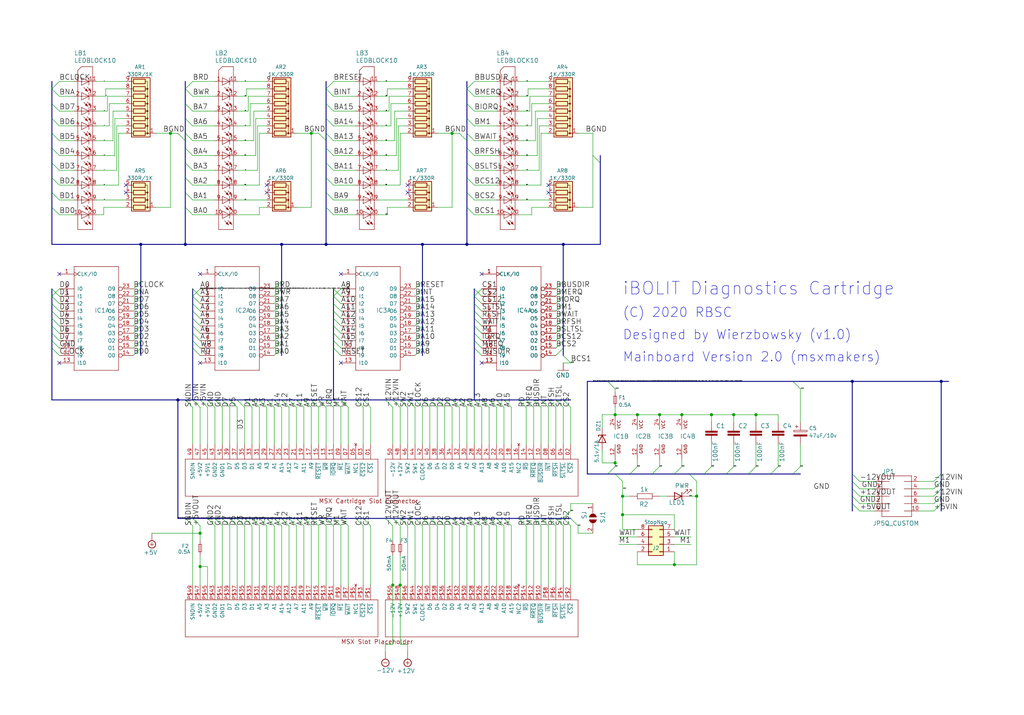
<source format=kicad_sch>
(kicad_sch (version 20211123) (generator eeschema)
  (paper "User" 350.977 245.237)
  (junction (at 243.84 142.24))
  (junction (at 213.36 176.53))
  (junction (at 160.02 83.82))
  (junction (at 60.96 137.16))
  (junction (at 233.68 142.24))
  (junction (at 259.08 142.24))
  (junction (at 210.82 142.24))
  (junction (at 58.42 45.72))
  (junction (at 144.78 83.82))
  (junction (at 106.68 45.72))
  (junction (at 137.16 200.66))
  (junction (at 210.82 158.75))
  (junction (at 193.04 83.82))
  (junction (at 238.76 170.18))
  (junction (at 231.14 193.675))
  (junction (at 68.58 182.88))
  (junction (at 48.26 83.82))
  (junction (at 96.52 83.82))
  (junction (at 154.94 45.72))
  (junction (at 226.06 142.24))
  (junction (at 63.5 83.82))
  (junction (at 292.1 130.81))
  (junction (at 322.58 130.81))
  (junction (at 134.62 200.66))
  (junction (at 68.58 194.31))
  (junction (at 251.46 142.24))
  (junction (at 111.76 83.82))
  (junction (at 213.36 170.18))
  (junction (at 218.44 142.24))
  (no_connect (at 43.18 66.04))
  (no_connect (at 43.18 63.5))
  (no_connect (at 187.96 66.04))
  (no_connect (at 187.96 63.5))
  (no_connect (at 91.44 63.5))
  (no_connect (at 91.44 66.04))
  (no_connect (at 139.7 63.5))
  (no_connect (at 139.7 66.04))
  (no_connect (at 165.1 124.46))
  (no_connect (at 116.84 93.98))
  (no_connect (at 116.84 124.46))
  (no_connect (at 20.32 93.98))
  (no_connect (at 20.32 124.46))
  (no_connect (at 68.58 93.98))
  (no_connect (at 68.58 124.46))
  (no_connect (at 165.1 93.98))
  (bus_entry (at 106.68 177.8) (size 2.54 2.54))
  (bus_entry (at 208.28 130.81) (size 2.54 2.54))
  (bus_entry (at 63.5 71.12) (size 2.54 2.54))
  (bus_entry (at 162.56 106.68) (size 2.54 2.54))
  (bus_entry (at 231.14 162.56) (size 2.54 -2.54))
  (bus_entry (at 66.04 114.3) (size 2.54 2.54))
  (bus_entry (at 170.18 137.16) (size 2.54 2.54))
  (bus_entry (at 137.16 177.8) (size 2.54 2.54))
  (bus_entry (at 142.24 137.16) (size 2.54 2.54))
  (bus_entry (at 292.1 165.1) (size 2.54 2.54))
  (bus_entry (at 116.84 177.8) (size 2.54 2.54))
  (bus_entry (at 101.6 137.16) (size 2.54 2.54))
  (bus_entry (at 160.02 30.48) (size 2.54 -2.54))
  (bus_entry (at 96.52 137.16) (size 2.54 2.54))
  (bus_entry (at 114.3 177.8) (size 2.54 2.54))
  (bus_entry (at 71.12 177.8) (size 2.54 2.54))
  (bus_entry (at 264.16 162.56) (size 2.54 -2.54))
  (bus_entry (at 162.56 137.16) (size 2.54 2.54))
  (bus_entry (at 109.22 45.72) (size 2.54 2.54))
  (bus_entry (at 76.2 137.16) (size 2.54 2.54))
  (bus_entry (at 17.78 119.38) (size 2.54 2.54))
  (bus_entry (at 93.98 137.16) (size 2.54 2.54))
  (bus_entry (at 17.78 99.06) (size 2.54 2.54))
  (bus_entry (at 17.78 101.6) (size 2.54 2.54))
  (bus_entry (at 177.8 177.8) (size 2.54 2.54))
  (bus_entry (at 160.02 45.72) (size 2.54 2.54))
  (bus_entry (at 109.22 137.16) (size 2.54 2.54))
  (bus_entry (at 190.5 177.8) (size 2.54 2.54))
  (bus_entry (at 104.14 137.16) (size 2.54 2.54))
  (bus_entry (at 45.72 101.6) (size 2.54 -2.54))
  (bus_entry (at 142.24 121.92) (size 2.54 -2.54))
  (bus_entry (at 190.5 109.22) (size 2.54 -2.54))
  (bus_entry (at 93.98 99.06) (size 2.54 -2.54))
  (bus_entry (at 248.92 162.56) (size 2.54 -2.54))
  (bus_entry (at 66.04 119.38) (size 2.54 2.54))
  (bus_entry (at 99.06 137.16) (size 2.54 2.54))
  (bus_entry (at 124.46 177.8) (size 2.54 2.54))
  (bus_entry (at 114.3 104.14) (size 2.54 2.54))
  (bus_entry (at 71.12 137.16) (size 2.54 2.54))
  (bus_entry (at 190.5 101.6) (size 2.54 -2.54))
  (bus_entry (at 144.78 177.8) (size 2.54 2.54))
  (bus_entry (at 83.82 177.8) (size 2.54 2.54))
  (bus_entry (at 104.14 177.8) (size 2.54 2.54))
  (bus_entry (at 142.24 104.14) (size 2.54 -2.54))
  (bus_entry (at 73.66 137.16) (size 2.54 2.54))
  (bus_entry (at 180.34 177.8) (size 2.54 2.54))
  (bus_entry (at 320.04 165.1) (size 2.54 -2.54))
  (bus_entry (at 17.78 50.8) (size 2.54 2.54))
  (bus_entry (at 17.78 111.76) (size 2.54 2.54))
  (bus_entry (at 17.78 35.56) (size 2.54 2.54))
  (bus_entry (at 134.62 177.8) (size 2.54 2.54))
  (bus_entry (at 17.78 106.68) (size 2.54 2.54))
  (bus_entry (at 63.5 35.56) (size 2.54 2.54))
  (bus_entry (at 45.72 116.84) (size 2.54 -2.54))
  (bus_entry (at 292.1 172.72) (size 2.54 2.54))
  (bus_entry (at 142.24 177.8) (size 2.54 2.54))
  (bus_entry (at 132.08 137.16) (size 2.54 2.54))
  (bus_entry (at 132.08 177.8) (size 2.54 2.54))
  (bus_entry (at 68.58 137.16) (size 2.54 2.54))
  (bus_entry (at 17.78 114.3) (size 2.54 2.54))
  (bus_entry (at 101.6 177.8) (size 2.54 2.54))
  (bus_entry (at 142.24 111.76) (size 2.54 -2.54))
  (bus_entry (at 66.04 99.06) (size 2.54 2.54))
  (bus_entry (at 66.04 101.6) (size 2.54 2.54))
  (bus_entry (at 142.24 119.38) (size 2.54 -2.54))
  (bus_entry (at 149.86 177.8) (size 2.54 2.54))
  (bus_entry (at 111.76 71.12) (size 2.54 2.54))
  (bus_entry (at 109.22 177.8) (size 2.54 2.54))
  (bus_entry (at 63.5 177.8) (size 2.54 2.54))
  (bus_entry (at 111.76 45.72) (size 2.54 2.54))
  (bus_entry (at 81.28 177.8) (size 2.54 2.54))
  (bus_entry (at 190.5 99.06) (size 2.54 -2.54))
  (bus_entry (at 78.74 137.16) (size 2.54 2.54))
  (bus_entry (at 142.24 116.84) (size 2.54 -2.54))
  (bus_entry (at 162.56 119.38) (size 2.54 2.54))
  (bus_entry (at 66.04 116.84) (size 2.54 2.54))
  (bus_entry (at 236.22 162.56) (size 2.54 2.54))
  (bus_entry (at 114.3 111.76) (size 2.54 2.54))
  (bus_entry (at 111.76 30.48) (size 2.54 -2.54))
  (bus_entry (at 160.02 60.96) (size 2.54 2.54))
  (bus_entry (at 162.56 109.22) (size 2.54 2.54))
  (bus_entry (at 66.04 101.6) (size 2.54 -2.54))
  (bus_entry (at 114.3 109.22) (size 2.54 2.54))
  (bus_entry (at 152.4 177.8) (size 2.54 2.54))
  (bus_entry (at 193.04 177.8) (size 2.54 -2.54))
  (bus_entry (at 152.4 137.16) (size 2.54 2.54))
  (bus_entry (at 88.9 137.16) (size 2.54 2.54))
  (bus_entry (at 121.92 137.16) (size 2.54 2.54))
  (bus_entry (at 45.72 119.38) (size 2.54 -2.54))
  (bus_entry (at 320.04 172.72) (size 2.54 -2.54))
  (bus_entry (at 193.04 137.16) (size 2.54 2.54))
  (bus_entry (at 193.04 177.8) (size 2.54 2.54))
  (bus_entry (at 116.84 137.16) (size 2.54 2.54))
  (bus_entry (at 160.02 55.88) (size 2.54 2.54))
  (bus_entry (at 162.56 114.3) (size 2.54 2.54))
  (bus_entry (at 45.72 109.22) (size 2.54 -2.54))
  (bus_entry (at 45.72 104.14) (size 2.54 -2.54))
  (bus_entry (at 137.16 137.16) (size 2.54 2.54))
  (bus_entry (at 180.34 137.16) (size 2.54 2.54))
  (bus_entry (at 185.42 137.16) (size 2.54 2.54))
  (bus_entry (at 165.1 137.16) (size 2.54 2.54))
  (bus_entry (at 17.78 60.96) (size 2.54 2.54))
  (bus_entry (at 190.5 116.84) (size 2.54 -2.54))
  (bus_entry (at 17.78 30.48) (size 2.54 2.54))
  (bus_entry (at 190.5 121.92) (size 2.54 -2.54))
  (bus_entry (at 88.9 177.8) (size 2.54 2.54))
  (bus_entry (at 160.02 40.64) (size 2.54 2.54))
  (bus_entry (at 66.04 137.16) (size 2.54 2.54))
  (bus_entry (at 96.52 177.8) (size 2.54 2.54))
  (bus_entry (at 139.7 177.8) (size 2.54 2.54))
  (bus_entry (at 121.92 177.8) (size 2.54 2.54))
  (bus_entry (at 66.04 104.14) (size 2.54 2.54))
  (bus_entry (at 66.04 177.8) (size 2.54 2.54))
  (bus_entry (at 78.74 177.8) (size 2.54 2.54))
  (bus_entry (at 114.3 119.38) (size 2.54 2.54))
  (bus_entry (at 17.78 66.04) (size 2.54 2.54))
  (bus_entry (at 111.76 137.16) (size 2.54 2.54))
  (bus_entry (at 111.76 177.8) (size 2.54 2.54))
  (bus_entry (at 162.56 104.14) (size 2.54 2.54))
  (bus_entry (at 134.62 137.16) (size 2.54 2.54))
  (bus_entry (at 149.86 137.16) (size 2.54 2.54))
  (bus_entry (at 320.04 167.64) (size 2.54 -2.54))
  (bus_entry (at 177.8 137.16) (size 2.54 2.54))
  (bus_entry (at 45.72 99.06) (size 2.54 -2.54))
  (bus_entry (at 17.78 109.22) (size 2.54 2.54))
  (bus_entry (at 63.5 30.48) (size 2.54 2.54))
  (bus_entry (at 17.78 104.14) (size 2.54 2.54))
  (bus_entry (at 93.98 109.22) (size 2.54 -2.54))
  (bus_entry (at 66.04 109.22) (size 2.54 2.54))
  (bus_entry (at 111.76 66.04) (size 2.54 2.54))
  (bus_entry (at 160.02 137.16) (size 2.54 2.54))
  (bus_entry (at 93.98 116.84) (size 2.54 -2.54))
  (bus_entry (at 187.96 137.16) (size 2.54 2.54))
  (bus_entry (at 190.5 111.76) (size 2.54 -2.54))
  (bus_entry (at 241.3 162.56) (size 2.54 -2.54))
  (bus_entry (at 66.04 106.68) (size 2.54 2.54))
  (bus_entry (at 73.66 177.8) (size 2.54 2.54))
  (bus_entry (at 17.78 45.72) (size 2.54 2.54))
  (bus_entry (at 190.5 137.16) (size 2.54 2.54))
  (bus_entry (at 93.98 119.38) (size 2.54 -2.54))
  (bus_entry (at 111.76 40.64) (size 2.54 2.54))
  (bus_entry (at 185.42 177.8) (size 2.54 2.54))
  (bus_entry (at 292.1 162.56) (size 2.54 2.54))
  (bus_entry (at 320.04 170.18) (size 2.54 -2.54))
  (bus_entry (at 170.18 177.8) (size 2.54 2.54))
  (bus_entry (at 93.98 104.14) (size 2.54 -2.54))
  (bus_entry (at 17.78 30.48) (size 2.54 -2.54))
  (bus_entry (at 162.56 99.06) (size 2.54 2.54))
  (bus_entry (at 157.48 137.16) (size 2.54 2.54))
  (bus_entry (at 142.24 101.6) (size 2.54 -2.54))
  (bus_entry (at 111.76 60.96) (size 2.54 2.54))
  (bus_entry (at 154.94 177.8) (size 2.54 2.54))
  (bus_entry (at 139.7 137.16) (size 2.54 2.54))
  (bus_entry (at 147.32 177.8) (size 2.54 2.54))
  (bus_entry (at 114.3 101.6) (size 2.54 2.54))
  (bus_entry (at 111.76 50.8) (size 2.54 2.54))
  (bus_entry (at 195.58 177.8) (size 2.54 2.54))
  (bus_entry (at 111.76 35.56) (size 2.54 2.54))
  (bus_entry (at 160.02 35.56) (size 2.54 2.54))
  (bus_entry (at 83.82 137.16) (size 2.54 2.54))
  (bus_entry (at 63.5 45.72) (size 2.54 2.54))
  (bus_entry (at 124.46 137.16) (size 2.54 2.54))
  (bus_entry (at 93.98 114.3) (size 2.54 -2.54))
  (bus_entry (at 114.3 99.06) (size 2.54 2.54))
  (bus_entry (at 167.64 137.16) (size 2.54 2.54))
  (bus_entry (at 17.78 101.6) (size 2.54 -2.54))
  (bus_entry (at 142.24 114.3) (size 2.54 -2.54))
  (bus_entry (at 45.72 111.76) (size 2.54 -2.54))
  (bus_entry (at 142.24 106.68) (size 2.54 -2.54))
  (bus_entry (at 142.24 99.06) (size 2.54 -2.54))
  (bus_entry (at 190.5 119.38) (size 2.54 -2.54))
  (bus_entry (at 172.72 177.8) (size 2.54 2.54))
  (bus_entry (at 167.64 177.8) (size 2.54 2.54))
  (bus_entry (at 114.3 137.16) (size 2.54 2.54))
  (bus_entry (at 292.1 167.64) (size 2.54 2.54))
  (bus_entry (at 17.78 71.12) (size 2.54 2.54))
  (bus_entry (at 91.44 137.16) (size 2.54 2.54))
  (bus_entry (at 114.3 106.68) (size 2.54 2.54))
  (bus_entry (at 93.98 101.6) (size 2.54 -2.54))
  (bus_entry (at 106.68 137.16) (size 2.54 2.54))
  (bus_entry (at 63.5 55.88) (size 2.54 2.54))
  (bus_entry (at 190.5 104.14) (size 2.54 -2.54))
  (bus_entry (at 320.04 175.26) (size 2.54 -2.54))
  (bus_entry (at 147.32 137.16) (size 2.54 2.54))
  (bus_entry (at 223.52 162.56) (size 2.54 -2.54))
  (bus_entry (at 162.56 177.8) (size 2.54 2.54))
  (bus_entry (at 86.36 137.16) (size 2.54 2.54))
  (bus_entry (at 60.96 45.72) (size 2.54 2.54))
  (bus_entry (at 165.1 177.8) (size 2.54 2.54))
  (bus_entry (at 162.56 101.6) (size 2.54 -2.54))
  (bus_entry (at 160.02 71.12) (size 2.54 2.54))
  (bus_entry (at 93.98 177.8) (size 2.54 2.54))
  (bus_entry (at 256.54 162.56) (size 2.54 -2.54))
  (bus_entry (at 63.5 137.16) (size 2.54 2.54))
  (bus_entry (at 93.98 111.76) (size 2.54 -2.54))
  (bus_entry (at 208.28 162.56) (size 2.54 -2.54))
  (bus_entry (at 45.72 106.68) (size 2.54 -2.54))
  (bus_entry (at 144.78 137.16) (size 2.54 2.54))
  (bus_entry (at 182.88 137.16) (size 2.54 2.54))
  (bus_entry (at 63.5 66.04) (size 2.54 2.54))
  (bus_entry (at 162.56 111.76) (size 2.54 2.54))
  (bus_entry (at 160.02 177.8) (size 2.54 2.54))
  (bus_entry (at 160.02 50.8) (size 2.54 2.54))
  (bus_entry (at 114.3 101.6) (size 2.54 -2.54))
  (bus_entry (at 17.78 40.64) (size 2.54 2.54))
  (bus_entry (at 271.78 130.81) (size 2.54 2.54))
  (bus_entry (at 203.2 53.34) (size 2.54 2.54))
  (bus_entry (at 81.28 137.16) (size 2.54 2.54))
  (bus_entry (at 160.02 30.48) (size 2.54 2.54))
  (bus_entry (at 63.5 60.96) (size 2.54 2.54))
  (bus_entry (at 193.04 121.92) (size 2.54 2.54))
  (bus_entry (at 111.76 30.48) (size 2.54 2.54))
  (bus_entry (at 99.06 177.8) (size 2.54 2.54))
  (bus_entry (at 162.56 101.6) (size 2.54 2.54))
  (bus_entry (at 63.5 50.8) (size 2.54 2.54))
  (bus_entry (at 86.36 177.8) (size 2.54 2.54))
  (bus_entry (at 76.2 177.8) (size 2.54 2.54))
  (bus_entry (at 162.56 116.84) (size 2.54 2.54))
  (bus_entry (at 190.5 106.68) (size 2.54 -2.54))
  (bus_entry (at 63.5 30.48) (size 2.54 -2.54))
  (bus_entry (at 215.9 162.56) (size 2.54 -2.54))
  (bus_entry (at 187.96 177.8) (size 2.54 2.54))
  (bus_entry (at 160.02 66.04) (size 2.54 2.54))
  (bus_entry (at 154.94 137.16) (size 2.54 2.54))
  (bus_entry (at 93.98 106.68) (size 2.54 -2.54))
  (bus_entry (at 63.5 40.64) (size 2.54 2.54))
  (bus_entry (at 142.24 109.22) (size 2.54 -2.54))
  (bus_entry (at 17.78 55.88) (size 2.54 2.54))
  (bus_entry (at 93.98 121.92) (size 2.54 -2.54))
  (bus_entry (at 190.5 114.3) (size 2.54 -2.54))
  (bus_entry (at 172.72 137.16) (size 2.54 2.54))
  (bus_entry (at 114.3 116.84) (size 2.54 2.54))
  (bus_entry (at 114.3 114.3) (size 2.54 2.54))
  (bus_entry (at 292.1 170.18) (size 2.54 2.54))
  (bus_entry (at 157.48 177.8) (size 2.54 2.54))
  (bus_entry (at 91.44 177.8) (size 2.54 2.54))
  (bus_entry (at 210.82 162.56) (size 2.54 2.54))
  (bus_entry (at 182.88 177.8) (size 2.54 2.54))
  (bus_entry (at 271.78 162.56) (size 2.54 -2.54))
  (bus_entry (at 157.48 45.72) (size 2.54 2.54))
  (bus_entry (at 111.76 55.88) (size 2.54 2.54))
  (bus_entry (at 45.72 121.92) (size 2.54 -2.54))
  (bus_entry (at 45.72 114.3) (size 2.54 -2.54))
  (bus_entry (at 66.04 111.76) (size 2.54 2.54))
  (bus_entry (at 17.78 116.84) (size 2.54 2.54))
  (wire (pts (xy 84.455 30.48) (xy 84.455 33.02)))
  (bus (pts (xy 48.26 109.22) (xy 48.26 111.76)))
  (bus (pts (xy 193.04 137.16) (xy 195.58 137.16)))
  (bus (pts (xy 139.7 137.16) (xy 142.24 137.16)))
  (wire (pts (xy 187.96 35.56) (xy 182.245 35.56)))
  (wire (pts (xy 33.02 68.58) (xy 43.18 68.58)))
  (wire (pts (xy 114.3 27.94) (xy 121.92 27.94)))
  (wire (pts (xy 88.9 200.66) (xy 88.9 180.34)))
  (wire (pts (xy 231.14 186.69) (xy 236.855 186.69)))
  (wire (pts (xy 162.56 73.66) (xy 170.18 73.66)))
  (wire (pts (xy 43.18 40.64) (xy 39.37 40.64)))
  (bus (pts (xy 193.04 116.84) (xy 193.04 119.38)))
  (wire (pts (xy 81.28 68.58) (xy 91.44 68.58)))
  (wire (pts (xy 162.56 200.66) (xy 162.56 180.34)))
  (bus (pts (xy 144.78 177.8) (xy 147.32 177.8)))
  (wire (pts (xy 320.04 170.18) (xy 314.96 170.18)))
  (wire (pts (xy 187.96 30.48) (xy 180.975 30.48)))
  (bus (pts (xy 111.76 45.72) (xy 111.76 48.26)))
  (bus (pts (xy 160.02 35.56) (xy 160.02 40.64)))
  (bus (pts (xy 63.5 48.26) (xy 63.5 50.8)))
  (bus (pts (xy 63.5 45.72) (xy 63.5 48.26)))
  (wire (pts (xy 172.72 139.7) (xy 172.72 152.4)))
  (wire (pts (xy 231.14 176.53) (xy 213.36 176.53)))
  (bus (pts (xy 48.26 101.6) (xy 48.26 104.14)))
  (wire (pts (xy 20.32 73.66) (xy 25.4 73.66)))
  (wire (pts (xy 187.96 43.18) (xy 184.785 43.18)))
  (bus (pts (xy 154.94 177.8) (xy 157.48 177.8)))
  (bus (pts (xy 162.56 177.8) (xy 165.1 177.8)))
  (bus (pts (xy 154.94 137.16) (xy 157.48 137.16)))
  (wire (pts (xy 66.04 200.66) (xy 66.04 180.34)))
  (wire (pts (xy 177.8 33.02) (xy 180.975 33.02)))
  (wire (pts (xy 53.34 45.72) (xy 58.42 45.72)))
  (bus (pts (xy 144.78 111.76) (xy 144.78 114.3)))
  (wire (pts (xy 177.8 38.1) (xy 181.61 38.1)))
  (bus (pts (xy 177.8 177.8) (xy 180.34 177.8)))
  (wire (pts (xy 259.08 142.24) (xy 266.7 142.24)))
  (wire (pts (xy 142.24 200.66) (xy 142.24 180.34)))
  (bus (pts (xy 160.02 71.12) (xy 160.02 83.82)))
  (bus (pts (xy 111.76 35.56) (xy 111.76 40.64)))
  (bus (pts (xy 322.58 167.64) (xy 322.58 170.18)))
  (wire (pts (xy 132.715 71.12) (xy 132.715 73.66)))
  (wire (pts (xy 175.26 200.66) (xy 175.26 180.34)))
  (bus (pts (xy 162.56 119.38) (xy 162.56 137.16)))
  (wire (pts (xy 114.3 200.66) (xy 114.3 180.34)))
  (wire (pts (xy 66.04 43.18) (xy 73.66 43.18)))
  (bus (pts (xy 185.42 137.16) (xy 187.96 137.16)))
  (wire (pts (xy 135.89 40.64) (xy 135.89 53.34)))
  (bus (pts (xy 66.04 177.8) (xy 71.12 177.8)))
  (bus (pts (xy 116.84 177.8) (xy 121.92 177.8)))
  (bus (pts (xy 106.68 177.8) (xy 109.22 177.8)))
  (wire (pts (xy 88.9 45.72) (xy 88.9 63.5)))
  (bus (pts (xy 48.26 83.82) (xy 48.26 96.52)))
  (wire (pts (xy 33.02 48.26) (xy 38.735 48.26)))
  (bus (pts (xy 48.26 106.68) (xy 48.26 109.22)))
  (wire (pts (xy 157.48 200.66) (xy 157.48 180.34)))
  (wire (pts (xy 149.86 45.72) (xy 154.94 45.72)))
  (wire (pts (xy 114.3 139.7) (xy 114.3 152.4)))
  (wire (pts (xy 149.86 200.66) (xy 149.86 180.34)))
  (wire (pts (xy 187.96 71.12) (xy 182.245 71.12)))
  (wire (pts (xy 43.18 71.12) (xy 35.56 71.12)))
  (wire (pts (xy 193.04 139.7) (xy 193.04 152.4)))
  (bus (pts (xy 63.5 177.8) (xy 66.04 177.8)))
  (bus (pts (xy 144.78 99.06) (xy 144.78 101.6)))
  (bus (pts (xy 99.06 137.16) (xy 101.6 137.16)))
  (wire (pts (xy 172.72 200.66) (xy 172.72 180.34)))
  (wire (pts (xy 195.58 200.66) (xy 195.58 180.34)))
  (bus (pts (xy 66.04 137.16) (xy 68.58 137.16)))
  (bus (pts (xy 17.78 40.64) (xy 17.78 45.72)))
  (bus (pts (xy 83.82 177.8) (xy 86.36 177.8)))
  (bus (pts (xy 322.58 130.81) (xy 322.58 162.56)))
  (wire (pts (xy 162.56 58.42) (xy 170.18 58.42)))
  (bus (pts (xy 111.76 50.8) (xy 111.76 55.88)))
  (wire (pts (xy 137.16 220.98) (xy 137.16 200.66)))
  (wire (pts (xy 66.04 73.66) (xy 73.66 73.66)))
  (wire (pts (xy 206.375 142.24) (xy 210.82 142.24)))
  (wire (pts (xy 170.18 200.66) (xy 170.18 180.34)))
  (wire (pts (xy 259.08 144.78) (xy 259.08 142.24)))
  (wire (pts (xy 134.62 190.5) (xy 134.62 200.66)))
  (wire (pts (xy 134.62 139.7) (xy 134.62 152.4)))
  (wire (pts (xy 238.76 170.18) (xy 238.76 193.675)))
  (wire (pts (xy 185.42 200.66) (xy 185.42 180.34)))
  (bus (pts (xy 63.5 71.12) (xy 63.5 83.82)))
  (wire (pts (xy 175.26 139.7) (xy 175.26 152.4)))
  (bus (pts (xy 144.78 83.82) (xy 144.78 96.52)))
  (wire (pts (xy 190.5 139.7) (xy 190.5 152.4)))
  (wire (pts (xy 43.18 38.1) (xy 38.735 38.1)))
  (bus (pts (xy 193.04 83.82) (xy 193.04 96.52)))
  (wire (pts (xy 33.02 43.18) (xy 37.465 43.18)))
  (wire (pts (xy 129.54 38.1) (xy 133.35 38.1)))
  (bus (pts (xy 93.98 137.16) (xy 96.52 137.16)))
  (wire (pts (xy 167.64 139.7) (xy 167.64 152.4)))
  (bus (pts (xy 292.1 170.18) (xy 292.1 172.72)))
  (bus (pts (xy 48.26 116.84) (xy 48.26 119.38)))
  (wire (pts (xy 139.7 139.7) (xy 139.7 152.4)))
  (wire (pts (xy 144.78 200.66) (xy 144.78 180.34)))
  (bus (pts (xy 17.78 45.72) (xy 17.78 50.8)))
  (wire (pts (xy 129.54 43.18) (xy 133.985 43.18)))
  (wire (pts (xy 66.04 63.5) (xy 73.66 63.5)))
  (bus (pts (xy 190.5 177.8) (xy 193.04 177.8)))
  (wire (pts (xy 81.28 73.66) (xy 88.9 73.66)))
  (wire (pts (xy 86.36 139.7) (xy 86.36 152.4)))
  (bus (pts (xy 180.34 177.8) (xy 182.88 177.8)))
  (wire (pts (xy 91.44 139.7) (xy 91.44 152.4)))
  (wire (pts (xy 177.8 43.18) (xy 182.245 43.18)))
  (wire (pts (xy 83.82 139.7) (xy 83.82 152.4)))
  (wire (pts (xy 149.86 71.12) (xy 154.94 71.12)))
  (wire (pts (xy 99.06 139.7) (xy 99.06 152.4)))
  (wire (pts (xy 203.2 45.72) (xy 203.2 53.34)))
  (bus (pts (xy 17.78 111.76) (xy 17.78 114.3)))
  (bus (pts (xy 271.78 162.56) (xy 274.32 162.56)))
  (wire (pts (xy 135.255 38.1) (xy 135.255 48.26)))
  (wire (pts (xy 106.68 45.72) (xy 106.68 71.12)))
  (wire (pts (xy 139.7 40.64) (xy 135.89 40.64)))
  (bus (pts (xy 152.4 137.16) (xy 154.94 137.16)))
  (bus (pts (xy 292.1 130.81) (xy 322.58 130.81)))
  (wire (pts (xy 101.6 139.7) (xy 101.6 152.4)))
  (bus (pts (xy 76.2 177.8) (xy 78.74 177.8)))
  (bus (pts (xy 210.82 162.56) (xy 215.9 162.56)))
  (wire (pts (xy 127 200.66) (xy 127 180.34)))
  (wire (pts (xy 206.375 158.75) (xy 210.82 158.75)))
  (bus (pts (xy 111.76 48.26) (xy 111.76 50.8)))
  (bus (pts (xy 144.78 106.68) (xy 144.78 109.22)))
  (wire (pts (xy 147.32 200.66) (xy 147.32 180.34)))
  (bus (pts (xy 205.74 55.88) (xy 205.74 83.82)))
  (wire (pts (xy 88.9 71.12) (xy 91.44 71.12)))
  (wire (pts (xy 154.94 45.72) (xy 154.94 71.12)))
  (bus (pts (xy 99.06 177.8) (xy 101.6 177.8)))
  (bus (pts (xy 111.76 137.16) (xy 114.3 137.16)))
  (wire (pts (xy 320.04 165.1) (xy 314.96 165.1)))
  (bus (pts (xy 170.18 137.16) (xy 172.72 137.16)))
  (bus (pts (xy 91.44 137.16) (xy 93.98 137.16)))
  (wire (pts (xy 134.62 180.34) (xy 134.62 185.42)))
  (wire (pts (xy 104.14 139.7) (xy 104.14 152.4)))
  (wire (pts (xy 99.06 200.66) (xy 99.06 180.34)))
  (wire (pts (xy 109.22 200.66) (xy 109.22 180.34)))
  (wire (pts (xy 243.84 152.4) (xy 243.84 160.02)))
  (wire (pts (xy 195.58 175.26) (xy 195.58 172.72)))
  (wire (pts (xy 212.09 184.15) (xy 218.44 184.15)))
  (bus (pts (xy 96.52 177.8) (xy 99.06 177.8)))
  (wire (pts (xy 33.02 53.34) (xy 39.37 53.34)))
  (bus (pts (xy 201.295 162.56) (xy 208.28 162.56)))
  (bus (pts (xy 114.3 114.3) (xy 114.3 116.84)))
  (bus (pts (xy 81.28 177.8) (xy 83.82 177.8)))
  (wire (pts (xy 177.8 48.26) (xy 183.515 48.26)))
  (wire (pts (xy 109.22 139.7) (xy 109.22 152.4)))
  (bus (pts (xy 81.28 137.16) (xy 83.82 137.16)))
  (wire (pts (xy 86.995 38.1) (xy 86.995 48.26)))
  (wire (pts (xy 154.94 200.66) (xy 154.94 180.34)))
  (wire (pts (xy 37.465 35.56) (xy 37.465 43.18)))
  (wire (pts (xy 218.44 193.675) (xy 231.14 193.675)))
  (bus (pts (xy 60.96 137.16) (xy 63.5 137.16)))
  (wire (pts (xy 299.72 172.72) (xy 294.64 172.72)))
  (bus (pts (xy 76.2 137.16) (xy 78.74 137.16)))
  (wire (pts (xy 177.8 73.66) (xy 182.245 73.66)))
  (bus (pts (xy 68.58 137.16) (xy 71.12 137.16)))
  (bus (pts (xy 66.04 104.14) (xy 66.04 106.68)))
  (bus (pts (xy 241.3 162.56) (xy 248.92 162.56)))
  (wire (pts (xy 101.6 200.66) (xy 101.6 180.34)))
  (bus (pts (xy 187.96 177.8) (xy 190.5 177.8)))
  (wire (pts (xy 68.58 190.5) (xy 68.58 194.31)))
  (wire (pts (xy 71.12 139.7) (xy 71.12 152.4)))
  (bus (pts (xy 160.02 137.16) (xy 162.56 137.16)))
  (bus (pts (xy 66.04 116.84) (xy 66.04 119.38)))
  (bus (pts (xy 144.78 104.14) (xy 144.78 106.68)))
  (wire (pts (xy 139.7 200.66) (xy 139.7 180.34)))
  (bus (pts (xy 160.02 50.8) (xy 160.02 55.88)))
  (bus (pts (xy 63.5 55.88) (xy 63.5 60.96)))
  (wire (pts (xy 182.245 71.12) (xy 182.245 73.66)))
  (wire (pts (xy 187.96 38.1) (xy 183.515 38.1)))
  (wire (pts (xy 137.16 190.5) (xy 137.16 200.66)))
  (bus (pts (xy 185.42 177.8) (xy 187.96 177.8)))
  (wire (pts (xy 182.245 35.56) (xy 182.245 43.18)))
  (bus (pts (xy 101.6 137.16) (xy 104.14 137.16)))
  (wire (pts (xy 195.58 139.7) (xy 195.58 152.4)))
  (wire (pts (xy 132.08 220.98) (xy 134.62 220.98)))
  (wire (pts (xy 38.735 38.1) (xy 38.735 48.26)))
  (bus (pts (xy 172.72 177.8) (xy 177.8 177.8)))
  (wire (pts (xy 187.96 33.02) (xy 181.61 33.02)))
  (bus (pts (xy 48.26 119.38) (xy 48.26 121.92)))
  (bus (pts (xy 17.78 104.14) (xy 17.78 106.68)))
  (wire (pts (xy 78.74 139.7) (xy 78.74 152.4)))
  (wire (pts (xy 93.98 139.7) (xy 93.98 152.4)))
  (wire (pts (xy 91.44 30.48) (xy 84.455 30.48)))
  (bus (pts (xy 201.295 130.81) (xy 208.28 130.81)))
  (wire (pts (xy 87.63 40.64) (xy 87.63 53.34)))
  (wire (pts (xy 182.88 152.4) (xy 182.88 139.7)))
  (bus (pts (xy 111.76 30.48) (xy 111.76 35.56)))
  (bus (pts (xy 144.78 96.52) (xy 144.78 99.06)))
  (bus (pts (xy 63.5 35.56) (xy 63.5 40.64)))
  (wire (pts (xy 294.64 175.26) (xy 299.72 175.26)))
  (bus (pts (xy 96.52 101.6) (xy 96.52 104.14)))
  (bus (pts (xy 144.78 114.3) (xy 144.78 116.84)))
  (wire (pts (xy 231.14 181.61) (xy 231.14 176.53)))
  (bus (pts (xy 17.78 50.8) (xy 17.78 55.88)))
  (bus (pts (xy 63.5 137.16) (xy 66.04 137.16)))
  (wire (pts (xy 177.8 58.42) (xy 184.785 58.42)))
  (wire (pts (xy 68.58 139.7) (xy 68.58 152.4)))
  (wire (pts (xy 20.32 48.26) (xy 25.4 48.26)))
  (wire (pts (xy 206.375 154.305) (xy 206.375 158.75)))
  (bus (pts (xy 193.04 111.76) (xy 193.04 114.3)))
  (wire (pts (xy 274.32 144.78) (xy 274.32 133.35)))
  (bus (pts (xy 63.5 60.96) (xy 63.5 66.04)))
  (wire (pts (xy 184.15 40.64) (xy 184.15 53.34)))
  (wire (pts (xy 66.04 33.02) (xy 73.66 33.02)))
  (wire (pts (xy 20.32 63.5) (xy 25.4 63.5)))
  (bus (pts (xy 111.76 40.64) (xy 111.76 45.72)))
  (bus (pts (xy 66.04 114.3) (xy 66.04 116.84)))
  (wire (pts (xy 114.3 73.66) (xy 121.92 73.66)))
  (bus (pts (xy 17.78 99.06) (xy 17.78 101.6)))
  (bus (pts (xy 63.5 27.94) (xy 63.5 30.48)))
  (bus (pts (xy 137.16 177.8) (xy 139.7 177.8)))
  (wire (pts (xy 226.06 170.18) (xy 228.6 170.18)))
  (wire (pts (xy 81.28 27.94) (xy 91.44 27.94)))
  (bus (pts (xy 208.28 162.56) (xy 210.82 162.56)))
  (bus (pts (xy 114.3 137.16) (xy 116.84 137.16)))
  (bus (pts (xy 134.62 177.8) (xy 137.16 177.8)))
  (wire (pts (xy 162.56 48.26) (xy 170.18 48.26)))
  (wire (pts (xy 40.64 45.72) (xy 40.64 63.5)))
  (wire (pts (xy 58.42 45.72) (xy 58.42 71.12)))
  (bus (pts (xy 144.78 109.22) (xy 144.78 111.76)))
  (bus (pts (xy 109.22 177.8) (xy 111.76 177.8)))
  (bus (pts (xy 111.76 83.82) (xy 144.78 83.82)))
  (bus (pts (xy 147.32 177.8) (xy 149.86 177.8)))
  (bus (pts (xy 190.5 137.16) (xy 193.04 137.16)))
  (bus (pts (xy 48.26 99.06) (xy 48.26 101.6)))
  (wire (pts (xy 129.54 68.58) (xy 139.7 68.58)))
  (wire (pts (xy 193.04 200.66) (xy 193.04 180.34)))
  (bus (pts (xy 111.76 177.8) (xy 114.3 177.8)))
  (bus (pts (xy 193.04 96.52) (xy 193.04 99.06)))
  (wire (pts (xy 139.7 220.98) (xy 137.16 220.98)))
  (bus (pts (xy 144.78 116.84) (xy 144.78 119.38)))
  (wire (pts (xy 320.04 175.26) (xy 314.96 175.26)))
  (wire (pts (xy 93.98 200.66) (xy 93.98 180.34)))
  (wire (pts (xy 157.48 45.72) (xy 154.94 45.72)))
  (wire (pts (xy 136.525 43.18) (xy 136.525 58.42)))
  (wire (pts (xy 177.8 68.58) (xy 187.96 68.58)))
  (bus (pts (xy 172.72 137.16) (xy 177.8 137.16)))
  (wire (pts (xy 152.4 139.7) (xy 152.4 152.4)))
  (bus (pts (xy 292.1 130.81) (xy 292.1 162.56)))
  (wire (pts (xy 177.8 53.34) (xy 184.15 53.34)))
  (wire (pts (xy 243.84 142.24) (xy 233.68 142.24)))
  (bus (pts (xy 83.82 137.16) (xy 86.36 137.16)))
  (bus (pts (xy 292.1 165.1) (xy 292.1 167.64)))
  (wire (pts (xy 35.56 71.12) (xy 35.56 73.66)))
  (wire (pts (xy 73.66 139.7) (xy 73.66 152.4)))
  (wire (pts (xy 20.32 27.94) (xy 25.4 27.94)))
  (bus (pts (xy 73.66 177.8) (xy 76.2 177.8)))
  (wire (pts (xy 190.5 200.66) (xy 190.5 180.34)))
  (bus (pts (xy 162.56 101.6) (xy 162.56 104.14)))
  (wire (pts (xy 88.9 73.66) (xy 88.9 71.12)))
  (wire (pts (xy 114.3 38.1) (xy 121.92 38.1)))
  (wire (pts (xy 139.7 30.48) (xy 132.715 30.48)))
  (wire (pts (xy 114.3 58.42) (xy 121.92 58.42)))
  (wire (pts (xy 114.3 43.18) (xy 121.92 43.18)))
  (wire (pts (xy 137.16 180.34) (xy 137.16 185.42)))
  (wire (pts (xy 226.06 157.48) (xy 226.06 160.02)))
  (wire (pts (xy 218.44 189.23) (xy 218.44 193.675)))
  (bus (pts (xy 144.78 83.82) (xy 160.02 83.82)))
  (bus (pts (xy 160.02 83.82) (xy 193.04 83.82)))
  (bus (pts (xy 165.1 177.8) (xy 167.64 177.8)))
  (wire (pts (xy 152.4 200.66) (xy 152.4 180.34)))
  (bus (pts (xy 17.78 27.94) (xy 17.78 30.48)))
  (wire (pts (xy 114.3 68.58) (xy 121.92 68.58)))
  (wire (pts (xy 162.56 43.18) (xy 170.18 43.18)))
  (bus (pts (xy 96.52 99.06) (xy 96.52 101.6)))
  (wire (pts (xy 213.36 170.18) (xy 215.9 170.18)))
  (bus (pts (xy 144.78 137.16) (xy 147.32 137.16)))
  (wire (pts (xy 212.09 186.69) (xy 218.44 186.69)))
  (bus (pts (xy 292.1 167.64) (xy 292.1 170.18)))
  (bus (pts (xy 193.04 177.8) (xy 195.58 177.8)))
  (bus (pts (xy 66.04 99.06) (xy 66.04 101.6)))
  (wire (pts (xy 203.2 53.34) (xy 203.2 71.12)))
  (bus (pts (xy 66.04 101.6) (xy 66.04 104.14)))
  (wire (pts (xy 114.3 63.5) (xy 121.92 63.5)))
  (bus (pts (xy 66.04 119.38) (xy 66.04 137.16)))
  (bus (pts (xy 71.12 137.16) (xy 73.66 137.16)))
  (bus (pts (xy 162.56 104.14) (xy 162.56 106.68)))
  (bus (pts (xy 182.88 177.8) (xy 185.42 177.8)))
  (wire (pts (xy 210.82 133.35) (xy 210.82 134.62)))
  (bus (pts (xy 17.78 55.88) (xy 17.78 60.96)))
  (wire (pts (xy 236.22 170.18) (xy 238.76 170.18)))
  (bus (pts (xy 208.28 130.81) (xy 271.78 130.81)))
  (bus (pts (xy 292.1 172.72) (xy 292.1 175.26)))
  (bus (pts (xy 96.52 111.76) (xy 96.52 114.3)))
  (bus (pts (xy 193.04 101.6) (xy 193.04 104.14)))
  (bus (pts (xy 48.26 83.82) (xy 17.78 83.82)))
  (bus (pts (xy 160.02 27.94) (xy 160.02 30.48)))
  (wire (pts (xy 139.7 45.72) (xy 137.16 45.72)))
  (wire (pts (xy 294.64 170.18) (xy 299.72 170.18)))
  (bus (pts (xy 162.56 137.16) (xy 165.1 137.16)))
  (bus (pts (xy 88.9 137.16) (xy 91.44 137.16)))
  (wire (pts (xy 101.6 45.72) (xy 106.68 45.72)))
  (bus (pts (xy 96.52 137.16) (xy 99.06 137.16)))
  (bus (pts (xy 63.5 30.48) (xy 63.5 35.56)))
  (wire (pts (xy 91.44 35.56) (xy 85.725 35.56)))
  (wire (pts (xy 274.32 152.4) (xy 274.32 160.02)))
  (wire (pts (xy 91.44 45.72) (xy 88.9 45.72)))
  (bus (pts (xy 162.56 111.76) (xy 162.56 114.3)))
  (wire (pts (xy 251.46 152.4) (xy 251.46 160.02)))
  (bus (pts (xy 86.36 137.16) (xy 88.9 137.16)))
  (bus (pts (xy 182.88 137.16) (xy 185.42 137.16)))
  (wire (pts (xy 116.84 139.7) (xy 116.84 152.4)))
  (bus (pts (xy 205.74 53.34) (xy 205.74 55.88)))
  (wire (pts (xy 299.72 167.64) (xy 294.64 167.64)))
  (bus (pts (xy 193.04 83.82) (xy 205.74 83.82)))
  (wire (pts (xy 132.715 30.48) (xy 132.715 33.02)))
  (wire (pts (xy 198.12 180.34) (xy 198.12 182.88)))
  (bus (pts (xy 17.78 35.56) (xy 17.78 40.64)))
  (bus (pts (xy 17.78 137.16) (xy 60.96 137.16)))
  (bus (pts (xy 160.02 60.96) (xy 160.02 66.04)))
  (bus (pts (xy 17.78 71.12) (xy 17.78 83.82)))
  (wire (pts (xy 206.375 146.685) (xy 206.375 142.24)))
  (wire (pts (xy 133.35 33.02) (xy 133.35 38.1)))
  (bus (pts (xy 71.12 177.8) (xy 73.66 177.8)))
  (bus (pts (xy 160.02 40.64) (xy 160.02 45.72)))
  (wire (pts (xy 266.7 152.4) (xy 266.7 160.02)))
  (bus (pts (xy 124.46 177.8) (xy 132.08 177.8)))
  (wire (pts (xy 187.96 40.64) (xy 184.15 40.64)))
  (wire (pts (xy 104.14 200.66) (xy 104.14 180.34)))
  (bus (pts (xy 48.26 111.76) (xy 48.26 114.3)))
  (wire (pts (xy 114.3 53.34) (xy 121.92 53.34)))
  (bus (pts (xy 114.3 116.84) (xy 114.3 119.38)))
  (wire (pts (xy 294.64 165.1) (xy 299.72 165.1)))
  (wire (pts (xy 39.37 40.64) (xy 39.37 53.34)))
  (wire (pts (xy 20.32 58.42) (xy 25.4 58.42)))
  (wire (pts (xy 133.985 35.56) (xy 133.985 43.18)))
  (bus (pts (xy 96.52 116.84) (xy 96.52 119.38)))
  (bus (pts (xy 160.02 55.88) (xy 160.02 60.96)))
  (wire (pts (xy 243.84 142.24) (xy 243.84 144.78)))
  (bus (pts (xy 160.02 177.8) (xy 162.56 177.8)))
  (bus (pts (xy 17.78 109.22) (xy 17.78 111.76)))
  (bus (pts (xy 132.08 177.8) (xy 134.62 177.8)))
  (bus (pts (xy 160.02 66.04) (xy 160.02 71.12)))
  (wire (pts (xy 116.84 200.66) (xy 116.84 180.34)))
  (bus (pts (xy 114.3 99.06) (xy 114.3 101.6)))
  (wire (pts (xy 129.54 48.26) (xy 135.255 48.26)))
  (bus (pts (xy 78.74 137.16) (xy 81.28 137.16)))
  (bus (pts (xy 160.02 30.48) (xy 160.02 35.56)))
  (bus (pts (xy 96.52 83.82) (xy 96.52 96.52)))
  (wire (pts (xy 20.32 68.58) (xy 25.4 68.58)))
  (bus (pts (xy 88.9 177.8) (xy 91.44 177.8)))
  (wire (pts (xy 66.04 53.34) (xy 73.66 53.34)))
  (bus (pts (xy 63.5 50.8) (xy 63.5 55.88)))
  (bus (pts (xy 162.56 109.22) (xy 162.56 111.76)))
  (bus (pts (xy 114.3 109.22) (xy 114.3 111.76)))
  (bus (pts (xy 160.02 45.72) (xy 160.02 48.26)))
  (wire (pts (xy 137.16 45.72) (xy 137.16 63.5)))
  (bus (pts (xy 322.58 172.72) (xy 322.58 175.26)))
  (wire (pts (xy 129.54 73.66) (xy 132.715 73.66)))
  (bus (pts (xy 322.58 165.1) (xy 322.58 167.64)))
  (wire (pts (xy 170.18 139.7) (xy 170.18 152.4)))
  (bus (pts (xy 17.78 30.48) (xy 17.78 35.56)))
  (wire (pts (xy 81.28 200.66) (xy 81.28 180.34)))
  (bus (pts (xy 96.52 83.82) (xy 111.76 83.82)))
  (wire (pts (xy 81.28 38.1) (xy 85.09 38.1)))
  (wire (pts (xy 66.04 48.26) (xy 73.66 48.26)))
  (wire (pts (xy 91.44 43.18) (xy 88.265 43.18)))
  (wire (pts (xy 43.18 33.02) (xy 36.83 33.02)))
  (wire (pts (xy 119.38 139.7) (xy 119.38 152.4)))
  (wire (pts (xy 81.28 58.42) (xy 88.265 58.42)))
  (bus (pts (xy 111.76 27.94) (xy 111.76 30.48)))
  (bus (pts (xy 60.96 177.8) (xy 60.96 137.16)))
  (bus (pts (xy 137.16 137.16) (xy 139.7 137.16)))
  (wire (pts (xy 20.32 53.34) (xy 25.4 53.34)))
  (bus (pts (xy 17.78 60.96) (xy 17.78 66.04)))
  (wire (pts (xy 162.56 53.34) (xy 170.18 53.34)))
  (bus (pts (xy 66.04 111.76) (xy 66.04 114.3)))
  (wire (pts (xy 43.18 45.72) (xy 40.64 45.72)))
  (wire (pts (xy 101.6 71.12) (xy 106.68 71.12)))
  (wire (pts (xy 213.36 165.1) (xy 213.36 170.18)))
  (wire (pts (xy 162.56 33.02) (xy 170.18 33.02)))
  (bus (pts (xy 149.86 137.16) (xy 152.4 137.16)))
  (wire (pts (xy 137.16 139.7) (xy 137.16 152.4)))
  (wire (pts (xy 231.14 193.675) (xy 238.76 193.675)))
  (bus (pts (xy 157.48 137.16) (xy 160.02 137.16)))
  (wire (pts (xy 162.56 139.7) (xy 162.56 152.4)))
  (wire (pts (xy 157.48 139.7) (xy 157.48 152.4)))
  (wire (pts (xy 40.005 43.18) (xy 40.005 58.42)))
  (wire (pts (xy 114.3 48.26) (xy 121.92 48.26)))
  (wire (pts (xy 139.7 33.02) (xy 133.35 33.02)))
  (bus (pts (xy 114.3 119.38) (xy 114.3 137.16)))
  (wire (pts (xy 139.7 71.12) (xy 132.715 71.12)))
  (bus (pts (xy 271.78 130.81) (xy 292.1 130.81)))
  (wire (pts (xy 162.56 38.1) (xy 170.18 38.1)))
  (wire (pts (xy 43.18 35.56) (xy 37.465 35.56)))
  (wire (pts (xy 185.42 139.7) (xy 185.42 152.4)))
  (wire (pts (xy 154.94 139.7) (xy 154.94 152.4)))
  (wire (pts (xy 210.82 157.48) (xy 210.82 158.75)))
  (bus (pts (xy 109.22 137.16) (xy 111.76 137.16)))
  (bus (pts (xy 132.08 137.16) (xy 134.62 137.16)))
  (wire (pts (xy 180.34 200.66) (xy 180.34 180.34)))
  (bus (pts (xy 142.24 137.16) (xy 144.78 137.16)))
  (bus (pts (xy 193.04 114.3) (xy 193.04 116.84)))
  (wire (pts (xy 160.02 200.66) (xy 160.02 180.34)))
  (bus (pts (xy 193.04 109.22) (xy 193.04 111.76)))
  (wire (pts (xy 33.02 58.42) (xy 40.005 58.42)))
  (wire (pts (xy 91.44 200.66) (xy 91.44 180.34)))
  (bus (pts (xy 66.04 109.22) (xy 66.04 111.76)))
  (wire (pts (xy 66.04 68.58) (xy 73.66 68.58)))
  (wire (pts (xy 134.62 220.98) (xy 134.62 200.66)))
  (wire (pts (xy 213.36 181.61) (xy 213.36 176.53)))
  (wire (pts (xy 43.18 43.18) (xy 40.005 43.18)))
  (bus (pts (xy 223.52 162.56) (xy 231.14 162.56)))
  (wire (pts (xy 66.04 27.94) (xy 73.66 27.94)))
  (bus (pts (xy 139.7 177.8) (xy 142.24 177.8)))
  (wire (pts (xy 233.68 157.48) (xy 233.68 160.02)))
  (wire (pts (xy 85.725 35.56) (xy 85.725 43.18)))
  (bus (pts (xy 134.62 137.16) (xy 137.16 137.16)))
  (wire (pts (xy 180.975 30.48) (xy 180.975 33.02)))
  (wire (pts (xy 114.3 33.02) (xy 121.92 33.02)))
  (wire (pts (xy 33.02 63.5) (xy 40.64 63.5)))
  (bus (pts (xy 104.14 177.8) (xy 106.68 177.8)))
  (wire (pts (xy 162.56 27.94) (xy 170.18 27.94)))
  (bus (pts (xy 152.4 177.8) (xy 154.94 177.8)))
  (wire (pts (xy 81.28 63.5) (xy 88.9 63.5)))
  (wire (pts (xy 91.44 40.64) (xy 87.63 40.64)))
  (bus (pts (xy 17.78 114.3) (xy 17.78 116.84)))
  (bus (pts (xy 165.1 137.16) (xy 167.64 137.16)))
  (wire (pts (xy 129.54 27.94) (xy 139.7 27.94)))
  (bus (pts (xy 111.76 71.12) (xy 111.76 83.82)))
  (bus (pts (xy 114.3 111.76) (xy 114.3 114.3)))
  (bus (pts (xy 193.04 99.06) (xy 193.04 101.6)))
  (wire (pts (xy 36.195 30.48) (xy 36.195 33.02)))
  (bus (pts (xy 114.3 177.8) (xy 116.84 177.8)))
  (wire (pts (xy 167.64 200.66) (xy 167.64 180.34)))
  (bus (pts (xy 121.92 177.8) (xy 124.46 177.8)))
  (wire (pts (xy 142.24 139.7) (xy 142.24 152.4)))
  (wire (pts (xy 81.28 48.26) (xy 86.995 48.26)))
  (wire (pts (xy 314.96 172.72) (xy 320.04 172.72)))
  (wire (pts (xy 53.34 71.12) (xy 58.42 71.12)))
  (wire (pts (xy 198.12 45.72) (xy 203.2 45.72)))
  (bus (pts (xy 111.76 60.96) (xy 111.76 66.04)))
  (bus (pts (xy 66.04 106.68) (xy 66.04 109.22)))
  (bus (pts (xy 162.56 99.06) (xy 162.56 101.6)))
  (wire (pts (xy 119.38 200.66) (xy 119.38 180.34)))
  (bus (pts (xy 93.98 177.8) (xy 96.52 177.8)))
  (bus (pts (xy 17.78 101.6) (xy 17.78 104.14)))
  (wire (pts (xy 36.195 33.02) (xy 33.02 33.02)))
  (wire (pts (xy 139.7 38.1) (xy 135.255 38.1)))
  (wire (pts (xy 81.28 53.34) (xy 87.63 53.34)))
  (bus (pts (xy 17.78 116.84) (xy 17.78 119.38)))
  (wire (pts (xy 185.42 45.72) (xy 185.42 63.5)))
  (wire (pts (xy 218.44 157.48) (xy 218.44 160.02)))
  (wire (pts (xy 198.12 71.12) (xy 203.2 71.12)))
  (wire (pts (xy 68.58 194.31) (xy 68.58 200.66)))
  (wire (pts (xy 71.12 194.31) (xy 71.12 200.66)))
  (bus (pts (xy 78.74 177.8) (xy 81.28 177.8)))
  (bus (pts (xy 160.02 48.26) (xy 160.02 50.8)))
  (wire (pts (xy 251.46 142.24) (xy 243.84 142.24)))
  (wire (pts (xy 129.54 33.02) (xy 132.715 33.02)))
  (bus (pts (xy 17.78 66.04) (xy 17.78 71.12)))
  (wire (pts (xy 139.7 35.56) (xy 133.985 35.56)))
  (bus (pts (xy 149.86 177.8) (xy 152.4 177.8)))
  (bus (pts (xy 48.26 96.52) (xy 48.26 99.06)))
  (wire (pts (xy 226.06 142.24) (xy 218.44 142.24)))
  (bus (pts (xy 322.58 130.81) (xy 325.12 130.81)))
  (wire (pts (xy 68.58 194.31) (xy 71.12 194.31)))
  (bus (pts (xy 63.5 83.82) (xy 48.26 83.82)))
  (wire (pts (xy 124.46 200.66) (xy 124.46 180.34)))
  (wire (pts (xy 81.28 43.18) (xy 85.725 43.18)))
  (wire (pts (xy 195.58 172.72) (xy 203.2 172.72)))
  (wire (pts (xy 187.96 139.7) (xy 187.96 152.4)))
  (wire (pts (xy 132.08 223.52) (xy 132.08 220.98)))
  (bus (pts (xy 201.295 162.56) (xy 201.295 130.81)))
  (bus (pts (xy 63.5 40.64) (xy 63.5 45.72)))
  (wire (pts (xy 91.44 38.1) (xy 86.995 38.1)))
  (wire (pts (xy 60.96 45.72) (xy 58.42 45.72)))
  (bus (pts (xy 124.46 137.16) (xy 132.08 137.16)))
  (bus (pts (xy 114.3 101.6) (xy 114.3 104.14)))
  (wire (pts (xy 182.88 200.66) (xy 182.88 180.34)))
  (wire (pts (xy 231.14 184.15) (xy 236.855 184.15)))
  (bus (pts (xy 111.76 66.04) (xy 111.76 71.12)))
  (bus (pts (xy 106.68 137.16) (xy 109.22 137.16)))
  (bus (pts (xy 48.26 104.14) (xy 48.26 106.68)))
  (wire (pts (xy 129.54 58.42) (xy 136.525 58.42)))
  (bus (pts (xy 193.04 119.38) (xy 193.04 121.92)))
  (bus (pts (xy 264.16 162.56) (xy 271.78 162.56)))
  (wire (pts (xy 76.2 139.7) (xy 76.2 152.4)))
  (bus (pts (xy 96.52 114.3) (xy 96.52 116.84)))
  (wire (pts (xy 127 139.7) (xy 127 152.4)))
  (wire (pts (xy 251.46 142.24) (xy 251.46 144.78)))
  (wire (pts (xy 124.46 139.7) (xy 124.46 152.4)))
  (wire (pts (xy 36.83 33.02) (xy 36.83 38.1)))
  (wire (pts (xy 187.96 45.72) (xy 185.42 45.72)))
  (wire (pts (xy 195.58 124.46) (xy 193.04 124.46)))
  (wire (pts (xy 111.76 200.66) (xy 111.76 180.34)))
  (bus (pts (xy 231.14 162.56) (xy 236.22 162.56)))
  (wire (pts (xy 85.09 33.02) (xy 85.09 38.1)))
  (wire (pts (xy 81.28 33.02) (xy 84.455 33.02)))
  (wire (pts (xy 66.04 58.42) (xy 73.66 58.42)))
  (wire (pts (xy 177.8 27.94) (xy 187.96 27.94)))
  (bus (pts (xy 144.78 101.6) (xy 144.78 104.14)))
  (bus (pts (xy 101.6 177.8) (xy 104.14 177.8)))
  (bus (pts (xy 157.48 177.8) (xy 160.02 177.8)))
  (bus (pts (xy 48.26 114.3) (xy 48.26 116.84)))
  (wire (pts (xy 210.82 158.75) (xy 210.82 160.02)))
  (bus (pts (xy 86.36 177.8) (xy 88.9 177.8)))
  (wire (pts (xy 162.56 68.58) (xy 170.18 68.58)))
  (wire (pts (xy 144.78 139.7) (xy 144.78 152.4)))
  (bus (pts (xy 248.92 162.56) (xy 256.54 162.56)))
  (wire (pts (xy 88.9 139.7) (xy 88.9 152.4)))
  (wire (pts (xy 160.02 139.7) (xy 160.02 152.4)))
  (wire (pts (xy 73.66 200.66) (xy 73.66 180.34)))
  (wire (pts (xy 314.96 167.64) (xy 320.04 167.64)))
  (wire (pts (xy 106.68 139.7) (xy 106.68 152.4)))
  (wire (pts (xy 251.46 142.24) (xy 259.08 142.24)))
  (bus (pts (xy 187.96 137.16) (xy 190.5 137.16)))
  (wire (pts (xy 96.52 200.66) (xy 96.52 180.34)))
  (bus (pts (xy 177.8 137.16) (xy 180.34 137.16)))
  (bus (pts (xy 60.96 177.8) (xy 63.5 177.8)))
  (bus (pts (xy 162.56 114.3) (xy 162.56 116.84)))
  (wire (pts (xy 81.28 139.7) (xy 81.28 152.4)))
  (bus (pts (xy 116.84 137.16) (xy 121.92 137.16)))
  (bus (pts (xy 292.1 162.56) (xy 292.1 165.1)))
  (wire (pts (xy 218.44 181.61) (xy 213.36 181.61)))
  (wire (pts (xy 177.8 63.5) (xy 185.42 63.5)))
  (bus (pts (xy 193.04 104.14) (xy 193.04 106.68)))
  (wire (pts (xy 76.2 200.66) (xy 76.2 180.34)))
  (wire (pts (xy 181.61 33.02) (xy 181.61 38.1)))
  (bus (pts (xy 114.3 104.14) (xy 114.3 106.68)))
  (bus (pts (xy 96.52 109.22) (xy 96.52 111.76)))
  (bus (pts (xy 96.52 119.38) (xy 96.52 121.92)))
  (wire (pts (xy 266.7 144.78) (xy 266.7 142.24)))
  (wire (pts (xy 218.44 142.24) (xy 210.82 142.24)))
  (wire (pts (xy 68.58 180.34) (xy 68.58 182.88)))
  (bus (pts (xy 167.64 137.16) (xy 170.18 137.16)))
  (wire (pts (xy 231.14 189.23) (xy 231.14 193.675)))
  (wire (pts (xy 68.58 182.88) (xy 68.58 185.42)))
  (wire (pts (xy 149.86 139.7) (xy 149.86 152.4)))
  (bus (pts (xy 104.14 137.16) (xy 106.68 137.16)))
  (bus (pts (xy 114.3 106.68) (xy 114.3 109.22)))
  (wire (pts (xy 162.56 63.5) (xy 170.18 63.5)))
  (wire (pts (xy 165.1 139.7) (xy 165.1 152.4)))
  (wire (pts (xy 43.18 30.48) (xy 36.195 30.48)))
  (bus (pts (xy 142.24 177.8) (xy 144.78 177.8)))
  (bus (pts (xy 215.9 162.56) (xy 223.52 162.56)))
  (wire (pts (xy 96.52 139.7) (xy 96.52 152.4)))
  (wire (pts (xy 86.36 200.66) (xy 86.36 180.34)))
  (bus (pts (xy 322.58 170.18) (xy 322.58 172.72)))
  (bus (pts (xy 96.52 106.68) (xy 96.52 109.22)))
  (bus (pts (xy 96.52 104.14) (xy 96.52 106.68)))
  (wire (pts (xy 33.02 38.1) (xy 36.83 38.1)))
  (wire (pts (xy 78.74 200.66) (xy 78.74 180.34)))
  (bus (pts (xy 162.56 106.68) (xy 162.56 109.22)))
  (bus (pts (xy 121.92 137.16) (xy 124.46 137.16)))
  (wire (pts (xy 139.7 223.52) (xy 139.7 220.98)))
  (wire (pts (xy 198.12 182.88) (xy 203.2 182.88)))
  (bus (pts (xy 256.54 162.56) (xy 264.16 162.56)))
  (bus (pts (xy 147.32 137.16) (xy 149.86 137.16)))
  (wire (pts (xy 165.1 200.66) (xy 165.1 180.34)))
  (wire (pts (xy 66.04 38.1) (xy 73.66 38.1)))
  (wire (pts (xy 109.22 45.72) (xy 106.68 45.72)))
  (wire (pts (xy 35.56 73.66) (xy 33.02 73.66)))
  (bus (pts (xy 73.66 137.16) (xy 76.2 137.16)))
  (bus (pts (xy 193.04 106.68) (xy 193.04 109.22)))
  (wire (pts (xy 233.68 142.24) (xy 226.06 142.24)))
  (bus (pts (xy 96.52 83.82) (xy 63.5 83.82)))
  (wire (pts (xy 106.68 200.66) (xy 106.68 180.34)))
  (wire (pts (xy 183.515 38.1) (xy 183.515 48.26)))
  (wire (pts (xy 20.32 43.18) (xy 25.4 43.18)))
  (wire (pts (xy 66.04 139.7) (xy 66.04 152.4)))
  (wire (pts (xy 180.34 139.7) (xy 180.34 152.4)))
  (bus (pts (xy 17.78 119.38) (xy 17.78 137.16)))
  (wire (pts (xy 20.32 38.1) (xy 25.4 38.1)))
  (wire (pts (xy 187.96 200.66) (xy 187.96 180.34)))
  (wire (pts (xy 88.265 43.18) (xy 88.265 58.42)))
  (wire (pts (xy 139.7 43.18) (xy 136.525 43.18)))
  (wire (pts (xy 20.32 33.02) (xy 25.4 33.02)))
  (wire (pts (xy 259.08 152.4) (xy 259.08 160.02)))
  (bus (pts (xy 17.78 106.68) (xy 17.78 109.22)))
  (bus (pts (xy 170.18 177.8) (xy 172.72 177.8)))
  (bus (pts (xy 180.34 137.16) (xy 182.88 137.16)))
  (wire (pts (xy 33.02 27.94) (xy 43.18 27.94)))
  (bus (pts (xy 144.78 119.38) (xy 144.78 121.92)))
  (bus (pts (xy 162.56 116.84) (xy 162.56 119.38)))
  (wire (pts (xy 184.785 43.18) (xy 184.785 58.42)))
  (wire (pts (xy 129.54 63.5) (xy 137.16 63.5)))
  (bus (pts (xy 167.64 177.8) (xy 170.18 177.8)))
  (wire (pts (xy 129.54 53.34) (xy 135.89 53.34)))
  (wire (pts (xy 111.76 139.7) (xy 111.76 152.4)))
  (wire (pts (xy 238.76 165.1) (xy 238.76 170.18)))
  (wire (pts (xy 52.07 182.88) (xy 68.58 182.88)))
  (wire (pts (xy 147.32 139.7) (xy 147.32 152.4)))
  (bus (pts (xy 236.22 162.56) (xy 241.3 162.56)))
  (bus (pts (xy 63.5 66.04) (xy 63.5 71.12)))
  (bus (pts (xy 91.44 177.8) (xy 93.98 177.8)))
  (wire (pts (xy 91.44 33.02) (xy 85.09 33.02)))
  (bus (pts (xy 96.52 96.52) (xy 96.52 99.06)))
  (wire (pts (xy 213.36 176.53) (xy 213.36 170.18)))
  (bus (pts (xy 322.58 162.56) (xy 322.58 165.1)))
  (wire (pts (xy 210.82 139.7) (xy 210.82 142.24)))
  (wire (pts (xy 83.82 200.66) (xy 83.82 180.34)))
  (bus (pts (xy 111.76 55.88) (xy 111.76 60.96)))
  (text "(C) 2020 RBSC" (at 213.36 109.22 0) (effects (font (size 3.2258 3.2258)) (justify left bottom)))
  (text "Mainboard Version 2.0 (msxmakers)" (at 213.36 124.46 0) (effects (font (size 3.2258 3.2258)) (justify left bottom)))
  (text "Designed by Wierzbowsky (v1.0)" (at 213.36 116.84 0) (effects (font (size 3.2258 3.2258)) (justify left bottom)))
  (text "iBOLIT Diagnostics Cartridge" (at 213.36 101.6 0) (effects (font (size 4.318 4.318)) (justify left bottom)))
  (label "BRESET" (at 114.3 27.94 0) (effects (font (size 1.778 1.778))))
  (label "BBUSDIR" (at 190.5 99.06 0) (effects (font (size 1.778 1.778))))
  (label "BA10" (at 142.24 116.84 0) (effects (font (size 1.778 1.778))))
  (label "A13" (at 165.1 139.7 90) (effects (font (size 1.778 1.778))))
  (label "WAIT" (at 165.1 111.76 0) (effects (font (size 1.778 1.778))))
  (label "BA2" (at 93.98 116.84 0) (effects (font (size 1.778 1.778))))
  (label "+12VIN" (at 137.16 139.7 90) (effects (font (size 1.778 1.778))))
  (label "D5" (at 81.28 139.7 90) (effects (font (size 1.778 1.778))))
  (label "GND" (at 226.06 160.02 0) (effects (font (size 0.254 0.254))))
  (label "SNDIN" (at 66.04 139.7 90) (effects (font (size 1.778 1.778))))
  (label "A10" (at 172.72 139.7 90) (effects (font (size 1.778 1.778))))
  (label "BA5" (at 66.04 48.26 0) (effects (font (size 1.778 1.778))))
  (label "-12VOUT" (at 134.62 180.34 90) (effects (font (size 1.778 1.778))))
  (label "A3" (at 91.44 139.7 90) (effects (font (size 1.778 1.778))))
  (label "BMERQ" (at 162.56 33.02 0) (effects (font (size 1.778 1.778))))
  (label "+5VOUT" (at 294.64 175.26 0) (effects (font (size 1.778 1.778))))
  (label "D0,D1,D2,D3,D4,D5,D6,D7,A0,A1,A2,A3,A4,A5,A6,A7,A8,A9,A10,A11,A12,A13,A14,A15,SLTSL,RFSH,WAIT,INT,M1,BUSDIR,IORQ,MERQ,WR,RD,RESET,GND,CLOCK,SW1,SW2,CS1,CS2,CS12,SNDIN,GND2,+5V1,+5V2,+12V,-12V,+5VIN,+5VOUT,+12VIN,+12VOUT,-12VIN,-12VOUT,MREQ" (at 60.96 177.8 0) (effects (font (size 0.254 0.254))))
  (label "BA8" (at 114.3 73.66 0) (effects (font (size 1.778 1.778))))
  (label "GND" (at 274.32 160.02 0) (effects (font (size 0.254 0.254))))
  (label "BNA" (at 45.72 101.6 0) (effects (font (size 1.778 1.778))))
  (label "1A" (at 83.82 27.94 0) (effects (font (size 0.254 0.254))))
  (label "BRESET" (at 142.24 99.06 0) (effects (font (size 1.778 1.778))))
  (label "D7" (at 78.74 180.34 90) (effects (font (size 1.778 1.778))))
  (label "BSLTSL" (at 162.56 58.42 0) (effects (font (size 1.778 1.778))))
  (label "GND" (at 251.46 160.02 0) (effects (font (size 0.254 0.254))))
  (label "A8" (at 167.64 180.34 90) (effects (font (size 1.778 1.778))))
  (label "9A" (at 83.82 68.58 0) (effects (font (size 0.254 0.254))))
  (label "2C" (at 180.34 33.02 0) (effects (font (size 0.254 0.254))))
  (label "1B" (at 132.08 27.94 0) (effects (font (size 0.254 0.254))))
  (label "-12VIN" (at 134.62 139.7 90) (effects (font (size 1.778 1.778))))
  (label "D1" (at 86.36 139.7 90) (effects (font (size 1.778 1.778))))
  (label "D6" (at 147.32 180.34 90) (effects (font (size 1.778 1.778))))
  (label "A1" (at 68.58 101.6 0) (effects (font (size 1.778 1.778))))
  (label "D3" (at 83.82 180.34 90) (effects (font (size 1.778 1.778))))
  (label "6" (at 35.56 53.34 0) (effects (font (size 0.254 0.254))))
  (label "GND" (at 259.08 160.02 0) (effects (font (size 0.254 0.254))))
  (label "7A" (at 83.82 58.42 0) (effects (font (size 0.254 0.254))))
  (label "SW2" (at 139.7 180.34 90) (effects (font (size 1.778 1.778))))
  (label "BM1" (at 162.56 43.18 0) (effects (font (size 1.778 1.778))))
  (label "SLTSL" (at 193.04 180.34 90) (effects (font (size 1.778 1.778))))
  (label "+5VIN" (at 210.82 133.35 0) (effects (font (size 0.254 0.254))))
  (label "BA0" (at 93.98 121.92 0) (effects (font (size 1.778 1.778))))
  (label "BA4" (at 66.04 53.34 0) (effects (font (size 1.778 1.778))))
  (label "3" (at 35.56 38.1 0) (effects (font (size 0.254 0.254))))
  (label "BD0" (at 20.32 73.66 0) (effects (font (size 1.778 1.778))))
  (label "MREQ" (at 165.1 119.38 0) (effects (font (size 1.778 1.778))))
  (label "BD4" (at 20.32 53.34 0) (effects (font (size 1.778 1.778))))
  (label "BA5" (at 93.98 109.22 0) (effects (font (size 1.778 1.778))))
  (label "RFSH" (at 190.5 180.34 90) (effects (font (size 1.778 1.778))))
  (label "CS2" (at 195.58 180.34 90) (effects (font (size 1.778 1.778))))
  (label "BWAIT" (at 190.5 109.22 0) (effects (font (size 1.778 1.778))))
  (label "RESET" (at 116.84 121.92 0) (effects (font (size 1.778 1.778))))
  (label "M1" (at 165.1 114.3 0) (effects (font (size 1.778 1.778))))
  (label "A7" (at 68.58 116.84 0) (effects (font (size 1.778 1.778))))
  (label "SLTSL" (at 193.04 139.7 90) (effects (font (size 1.778 1.778))))
  (label "D7" (at 78.74 139.7 90) (effects (font (size 1.778 1.778))))
  (label "BINT" (at 114.3 33.02 0) (effects (font (size 1.778 1.778))))
  (label "BD2" (at 45.72 116.84 0) (effects (font (size 1.778 1.778))))
  (label "WAIT" (at 119.38 139.7 90) (effects (font (size 1.778 1.778))))
  (label "A9" (at 106.68 139.7 90) (effects (font (size 1.778 1.778))))
  (label "BUSDIR" (at 185.42 139.7 90) (effects (font (size 1.778 1.778))))
  (label "+12VOUT" (at 294.64 170.18 0) (effects (font (size 1.778 1.778))))
  (label "BA9" (at 142.24 119.38 0) (effects (font (size 1.778 1.778))))
  (label "BGND" (at 104.14 45.72 0) (effects (font (size 1.778 1.778))))
  (label "RFSH" (at 190.5 139.7 90) (effects (font (size 1.778 1.778))))
  (label "GND2" (at 76.2 180.34 90) (effects (font (size 1.778 1.778))))
  (label "GND" (at 320.04 172.72 0) (effects (font (size 1.778 1.778))))
  (label "BA3" (at 66.04 58.42 0) (effects (font (size 1.778 1.778))))
  (label "A7" (at 101.6 139.7 90) (effects (font (size 1.778 1.778))))
  (label "RESET" (at 109.22 180.34 90) (effects (font (size 1.778 1.778))))
  (label "INT" (at 187.96 180.34 90) (effects (font (size 1.778 1.778))))
  (label "BA1" (at 66.04 68.58 0) (effects (font (size 1.778 1.778))))
  (label "4C" (at 180.34 43.18 0) (effects (font (size 0.254 0.254))))
  (label "D4" (at 149.86 139.7 90) (effects (font (size 1.778 1.778))))
  (label "4B" (at 132.08 43.18 0) (effects (font (size 0.254 0.254))))
  (label "BA13" (at 114.3 48.26 0) (effects (font (size 1.778 1.778))))
  (label "3B" (at 132.08 38.1 0) (effects (font (size 0.254 0.254))))
  (label "CS12" (at 124.46 139.7 90) (effects (font (size 1.778 1.778))))
  (label "A4" (at 157.48 139.7 90) (effects (font (size 1.778 1.778))))
  (label "10B" (at 132.08 73.66 0) (effects (font (size 0.254 0.254))))
  (label "BD1" (at 45.72 119.38 0) (effects (font (size 1.778 1.778))))
  (label "A12" (at 99.06 180.34 90) (effects (font (size 1.778 1.778))))
  (label "+5VIN" (at 68.58 139.7 90) (effects (font (size 1.778 1.778))))
  (label "A2" (at 160.02 180.34 90) (effects (font (size 1.778 1.778))))
  (label "BCLOCK" (at 20.32 27.94 0) (effects (font (size 1.778 1.778))))
  (label "CS1" (at 127 180.34 90) (effects (font (size 1.778 1.778))))
  (label "BA15" (at 142.24 104.14 0) (effects (font (size 1.778 1.778))))
  (label "BD5" (at 45.72 109.22 0) (effects (font (size 1.778 1.778))))
  (label "D2" (at 152.4 139.7 90) (effects (font (size 1.778 1.778))))
  (label "BA1" (at 93.98 119.38 0) (effects (font (size 1.778 1.778))))
  (label "D0" (at 20.32 99.06 0) (effects (font (size 1.778 1.778))))
  (label "BCLOCK" (at 45.72 99.06 0) (effects (font (size 1.778 1.778))))
  (label "GND" (at 76.2 139.7 90) (effects (font (size 1.778 1.778))))
  (label "GND" (at 20.32 119.38 0) (effects (font (size 1.778 1.778))))
  (label "M1" (at 236.855 186.69 180) (effects (font (size 1.778 1.778))))
  (label "D4" (at 20.32 109.22 0) (effects (font (size 1.778 1.778))))
  (label "WAIT" (at 236.855 184.15 180) (effects (font (size 1.778 1.778))))
  (label "WR" (at 68.58 119.38 0) (effects (font (size 1.778 1.778))))
  (label "BRD" (at 66.04 27.94 0) (effects (font (size 1.778 1.778))))
  (label "A1" (at 93.98 180.34 90) (effects (font (size 1.778 1.778))))
  (label "A14" (at 96.52 139.7 90) (effects (font (size 1.778 1.778))))
  (label "D3" (at 83.82 147.32 90) (effects (font (size 1.778 1.778))))
  (label "BD5" (at 20.32 48.26 0) (effects (font (size 1.778 1.778))))
  (label "BMERQ" (at 190.5 101.6 0) (effects (font (size 1.778 1.778))))
  (label "BUSDIR" (at 165.1 121.92 0) (effects (font (size 1.778 1.778))))
  (label "A14" (at 116.84 114.3 0) (effects (font (size 1.778 1.778))))
  (label "9C" (at 180.34 68.58 0) (effects (font (size 0.254 0.254))))
  (label "WAIT" (at 119.38 180.34 90) (effects (font (size 1.778 1.778))))
  (label "A13" (at 116.84 111.76 0) (effects (font (size 1.778 1.778))))
  (label "BM1" (at 190.5 106.68 0) (effects (font (size 1.778 1.778))))
  (label "BA15" (at 114.3 38.1 0) (effects (font (size 1.778 1.778))))
  (label "M1" (at 212.09 186.69 0) (effects (font (size 1.778 1.778))))
  (label "A0" (at 162.56 180.34 90) (effects (font (size 1.778 1.778))))
  (label "BCS12" (at 162.56 63.5 0) (effects (font (size 1.778 1.778))))
  (label "IORQ" (at 114.3 180.34 90) (effects (font (size 1.778 1.778))))
  (label "1C" (at 180.34 27.94 0) (effects (font (size 0.254 0.254))))
  (label "1" (at 35.56 27.94 0) (effects (font (size 0.254 0.254))))
  (label "BIORQ" (at 190.5 104.14 0) (effects (font (size 1.778 1.778))))
  (label "BA4" (at 93.98 111.76 0) (effects (font (size 1.778 1.778))))
  (label "8A" (at 83.82 63.5 0) (effects (font (size 0.254 0.254))))
  (label "BGND" (at 195.58 124.46 0) (effects (font (size 0.254 0.254))))
  (label "GND" (at 210.82 160.02 0) (effects (font (size 0.254 0.254))))
  (label "BD7" (at 45.72 104.14 0) (effects (font (size 1.778 1.778))))
  (label "A11" (at 104.14 180.34 90) (effects (font (size 1.778 1.778))))
  (label "BRD" (at 93.98 99.06 0) (effects (font (size 1.778 1.778))))
  (label "SNDIN" (at 66.04 180.34 90) (effects (font (size 1.778 1.778))))
  (label "RD" (at 68.58 121.92 0) (effects (font (size 1.778 1.778))))
  (label "BCS2" (at 190.5 119.38 0) (effects (font (size 1.778 1.778))))
  (label "CS12" (at 124.46 180.34 90) (effects (font (size 1.778 1.778))))
  (label "5A" (at 83.82 48.26 0) (effects (font (size 0.254 0.254))))
  (label "3A" (at 83.82 38.1 0) (effects (font (size 0.254 0.254))))
  (label "4A" (at 83.82 43.18 0) (effects (font (size 0.254 0.254))))
  (label "A6" (at 170.18 139.7 90) (effects (font (size 1.778 1.778))))
  (label "WR" (at 111.76 139.7 90) (effects (font (size 1.778 1.778))))
  (label "BUSDIR" (at 185.42 180.34 90) (effects (font (size 1.778 1.778))))
  (label "7B" (at 132.08 58.42 0) (effects (font (size 0.254 0.254))))
  (label "WAIT" (at 212.09 184.15 0) (effects (font (size 1.778 1.778))))
  (label "D0,D1,D2,D3,D4,D5,D6,D7,A0,A1,A2,A3,A4,A5,A6,A7,A8,A9,A10,A11,A12,A13,A14,A15,SLTSL,RFSH,WAIT,INT,M1,BUSDIR,IORQ,MERQ,WR,RD,RESET,GND,CLOCK,SW1,SW2,CS1,CS2,CS12,SNDIN,GND2,+5V1,+5V2,+12V,-12V,+5VIN,+5VOUT,+12VIN,+12VOUT,-12VIN,-12VOUT,MREQ" (at 203.2 130.81 0) (effects (font (size 0.254 0.254))))
  (label "A14" (at 96.52 180.34 90) (effects (font (size 1.778 1.778))))
  (label "A8" (at 167.64 139.7 90) (effects (font (size 1.778 1.778))))
  (label "+12VIN" (at 320.04 170.18 0) (effects (font (size 1.778 1.778))))
  (label "+5VIN" (at 320.04 175.26 0) (effects (font (size 1.778 1.778))))
  (label "D0,D1,D2,D3,D4,D5,D6,D7,A0,A1,A2,A3,A4,A5,A6,A7,A8,A9,A10,A11,A12,A13,A14,A15,SLTSL,RFSH,WAIT,INT,M1,BUSDIR,IORQ,MERQ,WR,RD,RESET,GND,CLOCK,SW1,SW2,CS1,CS2,CS12,SNDIN,GND2,+5V1,+5V2,+12V,-12V,+5VIN,+5VOUT,+12VIN,+12VOUT,-12VIN,-12VOUT,MREQ" (at 68.58 99.06 0) (effects (font (size 0.254 0.254))))
  (label "D7" (at 20.32 116.84 0) (effects (font (size 1.778 1.778))))
  (label "BA9" (at 114.3 68.58 0) (effects (font (size 1.778 1.778))))
  (label "MREQ" (at 182.88 180.34 90) (effects (font (size 1.778 1.778))))
  (label "MREQ" (at 182.88 139.7 90) (effects (font (size 1.778 1.778))))
  (label "A2" (at 68.58 104.14 0) (effects (font (size 1.778 1.778))))
  (label "A0" (at 162.56 139.7 90) (effects (font (size 1.778 1.778))))
  (label "GND" (at 73.66 139.7 90) (effects (font (size 1.778 1.778))))
  (label "BCS1" (at 195.58 124.46 0) (effects (font (size 1.778 1.778))))
  (label "BWR" (at 93.98 101.6 0) (effects (font (size 1.778 1.778))))
  (label "RD" (at 180.34 180.34 90) (effects (font (size 1.778 1.778))))
  (label "A11" (at 116.84 106.68 0) (effects (font (size 1.778 1.778))))
  (label "D3" (at 20.32 106.68 0) (effects (font (size 1.778 1.778))))
  (label "3C" (at 180.34 38.1 0) (effects (font (size 0.254 0.254))))
  (label "BA3" (at 93.98 114.3 0) (effects (font (size 1.778 1.778))))
  (label "CLOCK" (at 144.78 180.34 90) (effects (font (size 1.778 1.778))))
  (label "BA12" (at 142.24 111.76 0) (effects (font (size 1.778 1.778))))
  (label "BA7" (at 66.04 38.1 0) (effects (font (size 1.778 1.778))))
  (label "GND2" (at 295.275 167.64 0) (effects (font (size 1.778 1.778))))
  (label "BD6" (at 45.72 106.68 0) (effects (font (size 1.778 1.778))))
  (label "BGND" (at 200.66 45.72 0) (effects (font (size 1.778 1.778))))
  (label "A3" (at 91.44 180.34 90) (effects (font (size 1.778 1.778))))
  (label "BCS12" (at 190.5 116.84 0) (effects (font (size 1.778 1.778))))
  (label "IORQ" (at 114.3 139.7 90) (effects (font (size 1.778 1.778))))
  (label "BRFSH" (at 162.56 53.34 0) (effects (font (size 1.778 1.778))))
  (label "BRFSH" (at 190.5 111.76 0) (effects (font (size 1.778 1.778))))
  (label "SW1" (at 142.24 139.7 90) (effects (font (size 1.778 1.778))))
  (label "+5VOUT" (at 68.58 180.34 90) (effects (font (size 1.778 1.778))))
  (label "D0" (at 154.94 180.34 90) (effects (font (size 1.778 1.778))))
  (label "GND" (at 236.22 170.18 0) (effects (font (size 0.254 0.254))))
  (label "D6" (at 147.32 139.7 90) (effects (font (size 1.778 1.778))))
  (label "A4" (at 68.58 109.22 0) (effects (font (size 1.778 1.778))))
  (label "CS1" (at 165.1 99.06 0) (effects (font (size 1.778 1.778))))
  (label "A10" (at 172.72 180.34 90) (effects (font (size 1.778 1.778))))
  (label "BA6" (at 93.98 106.68 0) (effects (font (size 1.778 1.778))))
  (label "D0" (at 154.94 139.7 90) (effects (font (size 1.778 1.778))))
  (label "A6" (at 170.18 180.34 90) (effects (font (size 1.778 1.778))))
  (label "CLOCK" (at 20.32 121.92 0) (effects (font (size 1.778 1.778))))
  (label "5" (at 35.56 48.26 0) (effects (font (size 0.254 0.254))))
  (label "BA12" (at 114.3 53.34 0) (effects (font (size 1.778 1.778))))
  (label "BA11" (at 142.24 114.3 0) (effects (font (size 1.778 1.778))))
  (label "BD2" (at 20.32 63.5 0) (effects (font (size 1.778 1.778))))
  (label "BCS2" (at 162.56 68.58 0) (effects (font (size 1.778 1.778))))
  (label "RD" (at 180.34 139.7 90) (effects (font (size 1.778 1.778))))
  (label "6A" (at 83.82 53.34 0) (effects (font (size 0.254 0.254))))
  (label "A9" (at 116.84 101.6 0) (effects (font (size 1.778 1.778))))
  (label "GND" (at 278.765 168.275 0) (effects (font (size 1.778 1.778))))
  (label "D5" (at 81.28 180.34 90) (effects (font (size 1.778 1.778))))
  (label "A8" (at 116.84 99.06 0) (effects (font (size 1.778 1.778))))
  (label "BINT" (at 142.24 101.6 0) (effects (font (size 1.778 1.778))))
  (label "BA6" (at 66.04 43.18 0) (effects (font (size 1.778 1.778))))
  (label "SW2" (at 195.58 175.26 0) (effects (font (size 0.254 0.254))))
  (label "A1" (at 93.98 139.7 90) (effects (font (size 1.778 1.778))))
  (label "D2" (at 20.32 104.14 0) (effects (font (size 1.778 1.778))))
  (label "BNA" (at 20.32 33.02 0) (effects (font (size 1.778 1.778))))
  (label "8" (at 35.56 63.5 0) (effects (font (size 0.254 0.254))))
  (label "GND" (at 266.7 160.02 0) (effects (font (size 0.254 0.254))))
  (label "BWR" (at 66.04 33.02 0) (effects (font (size 1.778 1.778))))
  (label "A0" (at 68.58 99.06 0) (effects (font (size 1.778 1.778))))
  (label "BBUSDIR" (at 162.56 27.94 0) (effects (font (size 1.778 1.778))))
  (label "D6" (at 20.32 114.3 0) (effects (font (size 1.778 1.778))))
  (label "A7" (at 101.6 180.34 90) (effects (font (size 1.778 1.778))))
  (label "A4" (at 157.48 180.34 90) (effects (font (size 1.778 1.778))))
  (label "A2" (at 160.02 139.7 90) (effects (font (size 1.778 1.778))))
  (label "SW2" (at 139.7 139.7 90) (effects (font (size 1.778 1.778))))
  (label "BA11" (at 114.3 58.42 0) (effects (font (size 1.778 1.778))))
  (label "BD7" (at 20.32 38.1 0) (effects (font (size 1.778 1.778))))
  (label "BIORQ" (at 162.56 38.1 0) (effects (font (size 1.778 1.778))))
  (label "BCS1" (at 162.56 73.66 0) (effects (font (size 1.778 1.778))))
  (label "D1" (at 86.36 180.34 90) (effects (font (size 1.778 1.778))))
  (label "SW1" (at 142.24 180.34 90) (effects (font (size 1.778 1.778))))
  (label "A12" (at 99.06 139.7 90) (effects (font (size 1.778 1.778))))
  (label "GND2" (at 294.64 172.72 0) (effects (font (size 1.778 1.778))))
  (label "M1" (at 116.84 180.34 90) (effects (font (size 1.778 1.778))))
  (label "A11" (at 104.14 139.7 90) (effects (font (size 1.778 1.778))))
  (label "BWAIT" (at 162.56 48.26 0) (effects (font (size 1.778 1.778))))
  (label "2" (at 36.195 33.02 0) (effects (font (size 0.254 0.254))))
  (label "BD0" (at 45.72 121.92 0) (effects (font (size 1.778 1.778))))
  (label "BA14" (at 114.3 43.18 0) (effects (font (size 1.778 1.778))))
  (label "BGND" (at 152.4 45.72 0) (effects (font (size 1.778 1.778))))
  (label "8B" (at 132.08 63.5 0) (effects (font (size 0.254 0.254))))
  (label "SLTSL" (at 165.1 106.68 0) (effects (font (size 1.778 1.778))))
  (label "BA14" (at 142.24 106.68 0) (effects (font (size 1.778 1.778))))
  (label "CS2" (at 165.1 101.6 0) (effects (font (size 1.778 1.778))))
  (label "BD6" (at 20.32 43.18 0) (effects (font (size 1.778 1.778))))
  (label "A5" (at 88.9 139.7 90) (effects (font (size 1.778 1.778))))
  (label "CS12" (at 165.1 104.14 0) (effects (font (size 1.778 1.778))))
  (label "BGND" (at 55.88 45.72 0) (effects (font (size 1.778 1.778))))
  (label "RESET" (at 109.22 139.7 90) (effects (font (size 1.778 1.778))))
  (label "RFSH" (at 165.1 109.22 0) (effects (font (size 1.778 1.778))))
  (label "BA8" (at 142.24 121.92 0) (effects (font (size 1.778 1.778))))
  (label "D1" (at 20.32 101.6 0) (effects (font (size 1.778 1.778))))
  (label "GND" (at 233.68 160.02 0) (effects (font (size 0.254 0.254))))
  (label "2A" (at 83.82 33.02 0) (effects (font (size 0.254 0.254))))
  (label "IORQ" (at 165.1 116.84 0) (effects (font (size 1.778 1.778))))
  (label "WR" (at 111.76 180.34 90) (effects (font (size 1.778 1.778))))
  (label "INT" (at 116.84 119.38 0) (effects (font (size 1.778 1.778))))
  (label "D2" (at 152.4 180.34 90) (effects (font (size 1.778 1.778))))
  (label "5B" (at 132.08 48.26 0) (effects (font (size 0.254 0.254))))
  (label "A15" (at 116.84 116.84 0) (effects (font (size 1.778 1.778))))
  (label "BSLTSL" (at 190.5 114.3 0) (effects (font (size 1.778 1.778))))
  (label "A6" (at 68.58 114.3 0) (effects (font (size 1.778 1.778))))
  (label "9" (at 35.56 68.58 0) (effects (font (size 0.254 0.254))))
  (label "A15" (at 175.26 139.7 90) (effects (font (size 1.778 1.778))))
  (label "CS1" (at 127 139.7 90) (effects (font (size 1.778 1.778))))
  (label "BA2" (at 66.04 63.5 0) (effects (font (size 1.778 1.778))))
  (label "7" (at 35.56 58.42 0) (effects (font (size 0.254 0.254))))
  (label "BD4" (at 45.72 111.76 0) (effects (font (size 1.778 1.778))))
  (label "D5" (at 20.32 111.76 0) (effects (font (size 1.778 1.778))))
  (label "A10" (at 116.84 104.14 0) (effects (font (size 1.778 1.778))))
  (label "A5" (at 68.58 111.76 0) (effects (font (size 1.778 1.778))))
  (label "BD3" (at 20.32 58.42 0) (effects (font (size 1.778 1.778))))
  (label "BA0" (at 66.04 73.66 0) (effects (font (size 1.778 1.778))))
  (label "BA13" (at 142.24 109.22 0) (effects (font (size 1.778 1.778))))
  (label "-12VOUT" (at 294.64 165.1 0) (effects (font (size 1.778 1.778))))
  (label "BD3" (at 45.72 114.3 0) (effects (font (size 1.778 1.778))))
  (label "GND" (at 218.44 160.02 0) (effects (font (size 0.254 0.254))))
  (label "CS2" (at 195.58 139.7 90) (effects (font (size 1.778 1.778))))
  (label "GND" (at 243.84 160.02 0) (effects (font (size 0.254 0.254))))
  (label "A3" (at 68.58 106.68 0) (effects (font (size 1.778 1.778))))
  (label "BD1" (at 20.32 68.58 0) (effects (font (size 1.778 1.778))))
  (label "GND" (at 320.04 167.64 0) (effects (font (size 1.778 1.778))))
  (label "+5VIN" (at 213.36 167.64 0) (effects (font (size 0.254 0.254))))
  (label "2B" (at 132.08 33.02 0) (effects (font (size 0.254 0.254))))
  (label "SW1" (at 198.12 180.34 0) (effects (font (size 0.254 0.254))))
  (label "INT" (at 187.96 139.7 90) (effects (font (size 1.778 1.778))))
  (label "6C" (at 180.34 53.34 0) (effects (font (size 0.254 0.254))))
  (label "+5VIN" (at 71.12 139.7 90) (effects (font (size 1.778 1.778))))
  (label "A5" (at 88.9 180.34 90) (effects (font (size 1.778 1.778))))
  (label "CLOCK" (at 144.78 139.7 90) (effects (font (size 1.778 1.778))))
  (label "A13" (at 165.1 180.34 90) (effects (font (size 1.778 1.778))))
  (label "5C" (at 180.34 48.26 0) (effects (font (size 0.254 0.254))))
  (label "M1" (at 116.84 139.7 90) (effects (font (size 1.778 1.778))))
  (label "BA7" (at 93.98 104.14 0) (effects (font (size 1.778 1.778))))
  (label "BA10" (at 114.3 63.5 0) (effects (font (size 1.778 1.778))))
  (label "A15" (at 175.26 180.34 90) (effects (font (size 1.778 1.778))))
  (label "A9" (at 106.68 180.34 90) (effects (font (size 1.778 1.778))))
  (label "7C" (at 180.34 58.42 0) (effects (font (size 0.254 0.254))))
  (label "GND2" (at 73.66 180.34 90) (effects (font (size 1.778 1.778))))
  (label "-12VIN" (at 320.04 165.1 0) (effects (font (size 1.778 1.778))))
  (label "D4" (at 149.86 180.34 90) (effects (font (size 1.778 1.778))))
  (label "4" (at 35.56 43.18 0) (effects (font (size 0.254 0.254))))
  (label "+12VOUT" (at 137.16 180.34 90) (effects (font (size 1.778 1.778))))
  (label "+5VIN" (at 274.32 133.35 0) (effects (font (size 0.254 0.254))))
  (label "8C" (at 180.34 63.5 0) (effects (font (size 0.254 0.254))))
  (label "A12" (at 116.84 109.22 0) (effects (font (size 1.778 1.778))))
  (label "6B" (at 132.08 53.34 0) (effects (font (size 0.254 0.254))))
  (symbol (lib_id "iBolit_main-eagle-import:C-EUC0805") (at 259.08 147.32 0) (unit 1)
    (property "Reference" "C3" (at 260.604 146.939 0) (effects (font (size 1.4986 1.4986)) (justify left bottom)))
    (property "Value" "100nF" (at 261.239 158.496 90) (effects (font (size 1.4986 1.4986)) (justify left bottom)))
    (property "Footprint" "Capacitor_THT:C_Disc_D4.3mm_W1.9mm_P5.00mm" (effects hide))
  )
  (symbol (lib_id "iBolit_main-eagle-import:JP5Q_CUSTOM") (at 307.34 170.18 270) (unit 1)
    (property "Reference" "JP1" (at 302.26 162.56 90) (effects (font (size 1.4986 1.4986)) (justify left bottom)))
    (property "Value" "JP5Q_CUSTOM" (at 299.085 180.34 90) (effects (font (size 1.4986 1.4986)) (justify left bottom)))
    (property "Footprint" "Connector_PinHeader_2.54mm:PinHeader_2x05_P2.54mm_Horizontal" (effects hide))
  )
  (symbol (lib_id "iBolit_main-eagle-import:+12V") (at 139.7 226.06 180) (unit 1)
    (property "Reference" "#SUPPLY02" (effects hide))
    (property "Value" "+12V" (at 142.24 229.235 0) (effects (font (size 1.4986 1.4986)) (justify left bottom)))
  )
  (symbol (lib_id "iBolit_main-eagle-import:C-EUC0805") (at 266.7 147.32 0) (unit 1)
    (property "Reference" "C4" (at 268.224 146.939 0) (effects (font (size 1.4986 1.4986)) (justify left bottom)))
    (property "Value" "100nF" (at 268.859 158.496 90) (effects (font (size 1.4986 1.4986)) (justify left bottom)))
    (property "Footprint" "Capacitor_THT:C_Disc_D4.3mm_W1.9mm_P5.00mm" (effects hide))
  )
  (symbol (lib_id "iBolit_main-eagle-import:C-EUC0805") (at 243.84 147.32 0) (unit 1)
    (property "Reference" "C1" (at 245.364 146.939 0) (effects (font (size 1.4986 1.4986)) (justify left bottom)))
    (property "Value" "100nF" (at 245.999 158.496 90) (effects (font (size 1.4986 1.4986)) (justify left bottom)))
    (property "Footprint" "Capacitor_THT:C_Disc_D4.3mm_W1.9mm_P5.00mm" (effects hide))
  )
  (symbol (lib_id "iBolit_main-eagle-import:SJ") (at 203.2 177.8 270) (unit 1)
    (property "Reference" "SJ1" (at 205.74 175.26 0) (effects (font (size 1.4986 1.4986)) (justify left bottom)))
    (property "Value" "SJ" (at 199.39 175.26 0) (effects (font (size 1.4986 1.4986)) (justify left bottom)))
    (property "Footprint" "Connector_PinHeader_2.54mm:PinHeader_1x02_P2.54mm_Horizontal" (effects hide))
  )
  (symbol (lib_id "iBolit_main-eagle-import:LEDBLOCK10") (at 170.18 27.94 0) (unit 1)
    (property "Reference" "LB4" (at 170.18 19.05 0) (effects (font (size 1.4986 1.4986)) (justify left bottom)))
    (property "Value" "LEDBLOCK10" (at 170.18 21.59 0) (effects (font (size 1.4986 1.4986)) (justify left bottom)))
    (property "Footprint" "Display:HDSP-4850" (effects hide))
  )
  (symbol (lib_id "iBolit_main-eagle-import:R-EU_R0805") (at 220.98 170.18 180) (unit 1)
    (property "Reference" "R2" (at 222.25 172.085 0) (effects (font (size 1.4986 1.4986)) (justify left bottom)))
    (property "Value" "1k" (at 222.25 167.005 0) (effects (font (size 1.4986 1.4986)) (justify left bottom)))
    (property "Footprint" "Resistor_THT:R_Axial_DIN0204_L3.6mm_D1.6mm_P7.62mm_Horizontal" (effects hide))
  )
  (symbol (lib_id "iBolit_main-eagle-import:C-EUC0805") (at 251.46 147.32 0) (unit 1)
    (property "Reference" "C2" (at 252.984 146.939 0) (effects (font (size 1.4986 1.4986)) (justify left bottom)))
    (property "Value" "100nF" (at 253.619 158.496 90) (effects (font (size 1.4986 1.4986)) (justify left bottom)))
    (property "Footprint" "Capacitor_THT:C_Disc_D4.3mm_W1.9mm_P5.00mm" (effects hide))
  )
  (symbol (lib_id "iBolit_main-eagle-import:LEDBLOCK10") (at 25.4 27.94 0) (unit 1)
    (property "Reference" "LB1" (at 25.4 19.05 0) (effects (font (size 1.4986 1.4986)) (justify left bottom)))
    (property "Value" "LEDBLOCK10" (at 25.4 21.59 0) (effects (font (size 1.4986 1.4986)) (justify left bottom)))
    (property "Footprint" "Display:HDSP-4832" (effects hide))
  )
  (symbol (lib_id "iBolit_main-eagle-import:22V10") (at 33.02 106.68 0) (unit 1)
    (property "Reference" "IC1" (at 32.385 107.315 0) (effects (font (size 1.4986 1.4986)) (justify left bottom)))
    (property "Value" "GAL22V10" (effects hide))
    (property "Footprint" "MSXmakers:DIP-24c_W7.62mm_LongPads" (effects hide))
  )
  (symbol (lib_id "iBolit_main-eagle-import:22V10") (at 210.82 149.86 0) (unit 2)
    (property "Reference" "IC1" (at 210.185 150.495 0) (effects (font (size 1.4986 1.4986)) (justify left bottom)))
    (property "Value" "GAL22V10" (effects hide))
    (property "Footprint" "MSXmakers:DIP-24c_W7.62mm_LongPads" (effects hide))
  )
  (symbol (lib_id "iBolit_main-eagle-import:LEDBLOCK10") (at 73.66 27.94 0) (unit 1)
    (property "Reference" "LB2" (at 73.66 19.05 0) (effects (font (size 1.4986 1.4986)) (justify left bottom)))
    (property "Value" "LEDBLOCK10" (at 73.66 21.59 0) (effects (font (size 1.4986 1.4986)) (justify left bottom)))
    (property "Footprint" "Display:HDSP-4830" (effects hide))
  )
  (symbol (lib_id "iBolit_main-eagle-import:MSX_SLOT_PLACEHOLDER") (at 63.5 218.44 0) (unit 1)
    (property "Reference" "CN2" (effects hide))
    (property "Value" "SLOTPLACEHOLDER" (effects hide))
    (property "Footprint" "iBolit_main:MSX_SLOT_PLP" (effects hide))
  )
  (symbol (lib_id "iBolit_main-eagle-import:MSX_SLOT_CON") (at 63.5 170.18 0) (unit 1)
    (property "Reference" "CN1" (effects hide))
    (property "Value" "SLOTCONN" (effects hide))
    (property "Footprint" "iBolit_main:MSX_SLOT_CON" (effects hide))
  )
  (symbol (lib_id "iBolit_main-eagle-import:-12V") (at 132.08 226.06 0) (unit 1)
    (property "Reference" "#SUPPLY03" (effects hide))
    (property "Value" "-12V" (at 128.905 230.759 0) (effects (font (size 1.4986 1.4986)) (justify left bottom)))
  )
  (symbol (lib_id "Device:LED") (at 232.41 170.18 180) (unit 1)
    (property "Reference" "LED1" (at 234.95 171.45 0) (effects (font (size 1.4986 1.4986)) (justify left bottom)))
    (property "Value" "PWR" (at 236.22 165.735 0) (effects (font (size 1.4986 1.4986)) (justify left bottom)))
    (property "Footprint" "LED_THT:LED_Rectangular_W3.9mm_H1.8mm" (effects hide))
  )
  (symbol (lib_id "iBolit_main-eagle-import:GND") (at 193.04 127 0) (unit 1)
    (property "Reference" "#GND01" (effects hide))
    (property "Value" "GND" (at 190.5 129.54 0) (effects (font (size 1.4986 1.4986)) (justify left bottom)))
  )
  (symbol (lib_id "iBolit_main-eagle-import:LEDBLOCK10") (at 121.92 27.94 0) (unit 1)
    (property "Reference" "LB3" (at 121.92 19.05 0) (effects (font (size 1.4986 1.4986)) (justify left bottom)))
    (property "Value" "LEDBLOCK10" (at 121.92 21.59 0) (effects (font (size 1.4986 1.4986)) (justify left bottom)))
    (property "Footprint" "Display:HDSP-4830" (effects hide))
  )
  (symbol (lib_id "iBolit_main-eagle-import:+5V") (at 52.07 185.42 180) (unit 1)
    (property "Reference" "#SUPPLY01" (effects hide))
    (property "Value" "+5V" (at 53.975 188.595 0) (effects (font (size 1.4986 1.4986)) (justify left bottom)))
  )
  (symbol (lib_id "iBolit_main-eagle-import:22V10") (at 177.8 106.68 0) (unit 1)
    (property "Reference" "IC4" (at 177.165 107.315 0) (effects (font (size 1.4986 1.4986)) (justify left bottom)))
    (property "Value" "GAL22V10" (effects hide))
    (property "Footprint" "MSXmakers:DIP-24c_W7.62mm_LongPads" (effects hide))
  )
  (symbol (lib_id "iBolit_main-eagle-import:22V10") (at 233.68 149.86 0) (unit 2)
    (property "Reference" "IC4" (at 233.045 150.495 0) (effects (font (size 1.4986 1.4986)) (justify left bottom)))
    (property "Value" "GAL22V10" (effects hide))
    (property "Footprint" "MSXmakers:DIP-24c_W7.62mm_LongPads" (effects hide))
  )
  (symbol (lib_id "iBolit_main-eagle-import:22V10") (at 129.54 106.68 0) (unit 1)
    (property "Reference" "IC3" (at 128.905 107.315 0) (effects (font (size 1.4986 1.4986)) (justify left bottom)))
    (property "Value" "GAL22V10" (effects hide))
    (property "Footprint" "MSXmakers:DIP-24c_W7.62mm_LongPads" (effects hide))
  )
  (symbol (lib_id "iBolit_main-eagle-import:22V10") (at 226.06 149.86 0) (unit 2)
    (property "Reference" "IC3" (at 225.425 150.495 0) (effects (font (size 1.4986 1.4986)) (justify left bottom)))
    (property "Value" "GAL22V10" (effects hide))
    (property "Footprint" "MSXmakers:DIP-24c_W7.62mm_LongPads" (effects hide))
  )
  (symbol (lib_id "iBolit_main-eagle-import:22V10") (at 218.44 149.86 0) (unit 2)
    (property "Reference" "IC2" (at 217.805 150.495 0) (effects (font (size 1.4986 1.4986)) (justify left bottom)))
    (property "Value" "GAL22V10" (effects hide))
    (property "Footprint" "MSXmakers:DIP-24c_W7.62mm_LongPads" (effects hide))
  )
  (symbol (lib_id "iBolit_main-eagle-import:22V10") (at 81.28 106.68 0) (unit 1)
    (property "Reference" "IC2" (at 80.645 107.315 0) (effects (font (size 1.4986 1.4986)) (justify left bottom)))
    (property "Value" "GAL22V10" (effects hide))
    (property "Footprint" "MSXmakers:DIP-24c_W7.62mm_LongPads" (effects hide))
  )
  (symbol (lib_id "Device:R_Network04") (at 193.04 66.04 270) (mirror x) (unit 1)
    (property "Reference" "AR8" (at 192.786 58.5302 90))
    (property "Value" "1K/330R" (at 192.786 61.0671 90))
    (property "Footprint" "Resistor_THT:R_Array_SIP5" (effects hide))
    (property "Datasheet" "http://www.vishay.com/docs/31509/csc.pdf" (effects hide))
  )
  (symbol (lib_id "Device:R_Network08") (at 48.26 35.56 270) (mirror x) (unit 1)
    (property "Reference" "AR1" (at 48.006 22.9702 90))
    (property "Value" "330R/1K" (at 48.006 25.5071 90))
    (property "Footprint" "Resistor_THT:R_Array_SIP9" (effects hide))
    (property "Datasheet" "http://www.vishay.com/docs/31509/csc.pdf" (effects hide))
  )
  (symbol (lib_id "Device:Fuse_Small") (at 210.82 137.16 90) (unit 1)
    (property "Reference" "F1" (at 211.963 136.3253 90) (effects (justify right)))
    (property "Value" "0.5A" (at 211.963 138.8622 90) (effects (justify right)))
    (property "Footprint" "Capacitor_THT:C_Disc_D5.0mm_W2.5mm_P5.00mm" (effects hide))
  )
  (symbol (lib_id "Device:R_Network04") (at 48.26 66.04 270) (mirror x) (unit 1)
    (property "Reference" "AR5" (at 48.006 58.5302 90))
    (property "Value" "330R/1K" (at 48.006 61.0671 90))
    (property "Footprint" "Resistor_THT:R_Array_SIP5" (effects hide))
    (property "Datasheet" "http://www.vishay.com/docs/31509/csc.pdf" (effects hide))
  )
  (symbol (lib_id "Device:R_Network04") (at 144.78 66.04 270) (mirror x) (unit 1)
    (property "Reference" "AR7" (at 144.526 58.5302 90))
    (property "Value" "1K/330R" (at 144.526 61.0671 90))
    (property "Footprint" "Resistor_THT:R_Array_SIP5" (effects hide))
    (property "Datasheet" "http://www.vishay.com/docs/31509/csc.pdf" (effects hide))
  )
  (symbol (lib_id "Device:Fuse_Small") (at 68.58 187.96 90) (unit 1)
    (property "Reference" "F2" (at 62.23 187.325 90) (effects (justify right)))
    (property "Value" "0.5A" (at 60.96 189.23 90) (effects (justify right)))
    (property "Footprint" "Capacitor_THT:C_Disc_D5.0mm_W2.5mm_P5.00mm" (effects hide))
  )
  (symbol (lib_id "Device:D_Zener") (at 206.375 150.495 90) (mirror x) (unit 1)
    (property "Reference" "DZ1" (at 205.105 147.955 0) (effects (justify right)))
    (property "Value" "5.1v/1A" (at 204.47 158.75 0) (effects (justify right)))
    (property "Footprint" "Diode_THT:D_DO-41_SOD81_P10.16mm_Horizontal" (effects hide))
  )
  (symbol (lib_id "Device:R_Network08") (at 193.04 35.56 270) (mirror x) (unit 1)
    (property "Reference" "AR4" (at 192.786 22.9702 90))
    (property "Value" "1K/330R" (at 192.786 25.5071 90))
    (property "Footprint" "Resistor_THT:R_Array_SIP9" (effects hide))
    (property "Datasheet" "http://www.vishay.com/docs/31509/csc.pdf" (effects hide))
  )
  (symbol (lib_id "Device:R_Network04") (at 96.52 66.04 270) (mirror x) (unit 1)
    (property "Reference" "AR6" (at 96.266 58.5302 90))
    (property "Value" "1K/330R" (at 96.266 61.0671 90))
    (property "Footprint" "Resistor_THT:R_Array_SIP5" (effects hide))
    (property "Datasheet" "http://www.vishay.com/docs/31509/csc.pdf" (effects hide))
  )
  (symbol (lib_id "Device:R_Network08") (at 96.52 35.56 270) (mirror x) (unit 1)
    (property "Reference" "AR2" (at 96.266 22.9702 90))
    (property "Value" "1K/330R" (at 96.266 25.5071 90))
    (property "Footprint" "Resistor_THT:R_Array_SIP9" (effects hide))
    (property "Datasheet" "http://www.vishay.com/docs/31509/csc.pdf" (effects hide))
  )
  (symbol (lib_id "Device:C_Polarized") (at 274.32 148.59 0) (unit 1)
    (property "Reference" "C5" (at 277.241 146.8663 0) (effects (justify left)))
    (property "Value" "47uF/10v" (at 277.241 149.4032 0) (effects (justify left)))
    (property "Footprint" "Capacitor_THT:CP_Radial_D6.3mm_P2.50mm" (effects hide))
  )
  (symbol (lib_id "Device:Fuse_Small") (at 134.62 187.96 270) (mirror x) (unit 1)
    (property "Reference" "F4" (at 134.62 185.42 90) (effects (justify right)))
    (property "Value" "50mA" (at 133.35 190.5 0) (effects (justify right)))
    (property "Footprint" "Capacitor_THT:C_Disc_D5.0mm_W2.5mm_P5.00mm" (effects hide))
  )
  (symbol (lib_id "Device:Fuse_Small") (at 137.16 187.96 90) (unit 1)
    (property "Reference" "F3" (at 137.16 185.42 90) (effects (justify right)))
    (property "Value" "50mA" (at 138.43 190.5 0) (effects (justify right)))
    (property "Footprint" "Capacitor_THT:C_Disc_D5.0mm_W2.5mm_P5.00mm" (effects hide))
  )
  (symbol (lib_id "Device:R_Network08") (at 144.78 35.56 270) (mirror x) (unit 1)
    (property "Reference" "AR3" (at 144.526 22.9702 90))
    (property "Value" "1K/330R" (at 144.526 25.5071 90))
    (property "Footprint" "Resistor_THT:R_Array_SIP9" (effects hide))
    (property "Datasheet" "http://www.vishay.com/docs/31509/csc.pdf" (effects hide))
  )
  (symbol (lib_id "Connector_Generic:Conn_02x04_Odd_Even") (at 226.06 186.69 180) (unit 1)
    (property "Reference" "J2" (at 224.79 187.96 0))
    (property "Value" "StopNgo" (at 224.79 179.07 0))
    (property "Footprint" "Connector_PinSocket_2.54mm:PinSocket_2x04_P2.54mm_Horizontal" (effects hide))
  )
)
</source>
